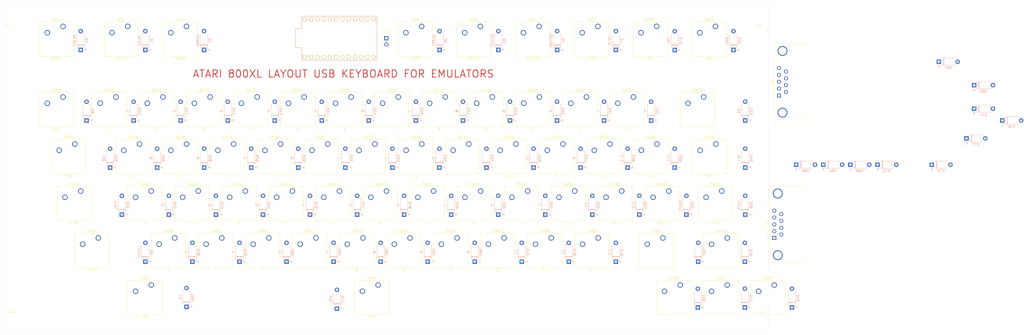
<source format=kicad_pcb>
(kicad_pcb (version 20171130) (host pcbnew 5.1.5+dfsg1-2build2)
  (layers (0 F.Cu signal) (31 B.Cu signal) (34 B.Paste user) (35 F.Paste user) (36 B.SilkS user) (37 F.SilkS user) (38 B.Mask user) (39 F.Mask user) (44 Edge.Cuts user))
  (net 0 "")
  (net 1 R1)
  (net 2 R2)
  (net 3 R3)
  (net 4 R4)
  (net 5 R5)
  (net 6 R6)
  (net 7 R7)
  (net 8 R8)
  (net 9 C8)
  (net 10 C7)
  (net 11 C6)
  (net 12 C5)
  (net 13 C4)
  (net 14 C3)
  (net 15 C2)
  (net 16 C1)
  (net 17 "Net-(D1-Pad2)")
  (net 18 "Net-(D2-Pad2)")
  (net 19 "Net-(D3-Pad2)")
  (net 20 "Net-(D4-Pad2)")
  (net 21 "Net-(D5-Pad2)")
  (net 22 "Net-(D6-Pad2)")
  (net 23 "Net-(D7-Pad2)")
  (net 24 "Net-(D8-Pad2)")
  (net 25 "Net-(D9-Pad2)")
  (net 26 "Net-(D10-Pad2)")
  (net 27 "Net-(D11-Pad2)")
  (net 28 "Net-(D12-Pad2)")
  (net 29 "Net-(D13-Pad2)")
  (net 30 "Net-(D14-Pad2)")
  (net 31 "Net-(D15-Pad2)")
  (net 32 "Net-(D16-Pad2)")
  (net 33 "Net-(D17-Pad2)")
  (net 34 "Net-(D18-Pad2)")
  (net 35 "Net-(D19-Pad2)")
  (net 36 "Net-(D20-Pad2)")
  (net 37 "Net-(D21-Pad2)")
  (net 38 "Net-(D22-Pad2)")
  (net 39 "Net-(D23-Pad2)")
  (net 40 "Net-(D24-Pad2)")
  (net 41 "Net-(D25-Pad2)")
  (net 42 "Net-(D26-Pad2)")
  (net 43 "Net-(D27-Pad2)")
  (net 44 "Net-(D28-Pad2)")
  (net 45 "Net-(D29-Pad2)")
  (net 46 "Net-(D30-Pad2)")
  (net 47 "Net-(D31-Pad2)")
  (net 48 "Net-(D32-Pad2)")
  (net 49 "Net-(D33-Pad2)")
  (net 50 "Net-(D34-Pad2)")
  (net 51 "Net-(D35-Pad2)")
  (net 52 "Net-(D36-Pad2)")
  (net 53 "Net-(D37-Pad2)")
  (net 54 "Net-(D38-Pad2)")
  (net 55 "Net-(D39-Pad2)")
  (net 56 "Net-(D40-Pad2)")
  (net 57 "Net-(D41-Pad2)")
  (net 58 "Net-(D42-Pad2)")
  (net 59 "Net-(D43-Pad2)")
  (net 60 "Net-(D44-Pad2)")
  (net 61 "Net-(D45-Pad2)")
  (net 62 "Net-(D46-Pad2)")
  (net 63 "Net-(D47-Pad2)")
  (net 64 "Net-(D48-Pad2)")
  (net 65 "Net-(D49-Pad2)")
  (net 66 "Net-(D50-Pad2)")
  (net 67 "Net-(D51-Pad2)")
  (net 68 "Net-(D52-Pad2)")
  (net 69 "Net-(D53-Pad2)")
  (net 70 "Net-(D54-Pad2)")
  (net 71 "Net-(D55-Pad2)")
  (net 72 "Net-(D56-Pad2)")
  (net 73 "Net-(D58-Pad2)")
  (net 74 "Net-(D59-Pad2)")
  (net 75 "Net-(D60-Pad2)")
  (net 76 "Net-(D61-Pad2)")
  (net 77 "Net-(D62-Pad2)")
  (net 78 "Net-(D63-Pad2)")
  (net 79 "Net-(D57-Pad2)")
  (net 80 /JS2_TRIGGER)
  (net 81 /JS2_DOWN)
  (net 82 /JS2_LEFT)
  (net 83 /JS2_RIGHT)
  (net 84 /JS1_UP)
  (net 85 C9)
  (net 86 /JS2_UP)
  (net 87 /JS1_TRIGGER)
  (net 88 /JS1_DOWN)
  (net 89 /JS1_LEFT)
  (net 90 /JS1_RIGHT)
  (net 91 /JS2_APaddle)
  (net 92 /JS_2+5)
  (net 93 /JS2_BPaddle)
  (net 94 /JS1_APaddle)
  (net 95 /JS1_+5)
  (net 96 /JS1_BPaddle)
  (net 97 "Net-(D69-Pad2)")
  (net 98 "Net-(D70-Pad2)")
  (net 99 "Net-(D71-Pad2)")
  (net 100 "Net-(D72-Pad2)")
  (net 101 "Net-(D78-Pad2)")
  (net 102 "Net-(D79-Pad2)")
  (net 103 "Net-(U1-Pad1)")
  (net 104 "Net-(U1-Pad2)")
  (net 105 "Net-(U1-Pad3)")
  (net 106 "Net-(U1-Pad4)")
  (net 107 "Net-(U1-Pad21)")
  (net 108 "Net-(U1-Pad22)")
  (net 109 "Net-(U1-Pad23)")
  (net 110 "Net-(U1-Pad24)")
  (net 111 R9)
  (module Button_Switch_Keyboard:SW_Cherry_MX_1.00u_PCB (layer F.Cu) (at 290.36 104.72)
    (fp_text reference SW45 (at -2.54 -2.794) (layer F.SilkS))
    (fp_text value RIGHT)
    (pad "" np_thru_hole circle (at 2.54 5.08) (size 1.7 1.7) (drill 1.7) (layers *.Cu *.Mask))
    (pad "" np_thru_hole circle (at -7.62 5.08) (size 1.7 1.7) (drill 1.7) (layers *.Cu *.Mask))
    (pad "" np_thru_hole circle (at -2.54 5.08) (size 4 4) (drill 4) (layers *.Cu *.Mask))
    (pad 2 thru_hole circle (at -6.35 2.54) (size 2.2 2.2) (drill 1.5) (layers *.Cu *.Mask) (net 85 C9))
    (pad 1 thru_hole circle (at 0 0) (size 2.2 2.2) (drill 1.5) (layers *.Cu *.Mask) (net 61 "Net-(D45-Pad2)"))
  )
  (module Button_Switch_Keyboard:SW_Cherry_MX_1.00u_PCB (layer F.Cu) (at 252.28 104.72)
    (fp_text reference SW36 (at -2.54 -2.794) (layer F.SilkS))
    (fp_text value LEFT)
    (pad "" np_thru_hole circle (at 2.54 5.08) (size 1.7 1.7) (drill 1.7) (layers *.Cu *.Mask))
    (pad "" np_thru_hole circle (at -7.62 5.08) (size 1.7 1.7) (drill 1.7) (layers *.Cu *.Mask))
    (pad "" np_thru_hole circle (at -2.54 5.08) (size 4 4) (drill 4) (layers *.Cu *.Mask))
    (pad 2 thru_hole circle (at -6.35 2.54) (size 2.2 2.2) (drill 1.5) (layers *.Cu *.Mask) (net 85 C9))
    (pad 1 thru_hole circle (at 0 0) (size 2.2 2.2) (drill 1.5) (layers *.Cu *.Mask) (net 52 "Net-(D36-Pad2)"))
  )
  (module Button_Switch_Keyboard:SW_Cherry_MX_1.00u_PCB (layer F.Cu) (at 271.32 104.72)
    (fp_text reference SW27 (at -2.54 -2.794) (layer F.SilkS))
    (fp_text value DOWN)
    (pad "" np_thru_hole circle (at 2.54 5.08) (size 1.7 1.7) (drill 1.7) (layers *.Cu *.Mask))
    (pad "" np_thru_hole circle (at -7.62 5.08) (size 1.7 1.7) (drill 1.7) (layers *.Cu *.Mask))
    (pad "" np_thru_hole circle (at -2.54 5.08) (size 4 4) (drill 4) (layers *.Cu *.Mask))
    (pad 2 thru_hole circle (at -6.35 2.54) (size 2.2 2.2) (drill 1.5) (layers *.Cu *.Mask) (net 85 C9))
    (pad 1 thru_hole circle (at 0 0) (size 2.2 2.2) (drill 1.5) (layers *.Cu *.Mask) (net 43 "Net-(D27-Pad2)"))
  )
  (module Button_Switch_Keyboard:SW_Cherry_MX_1.00u_PCB (layer F.Cu) (at 271.32 85.68)
    (fp_text reference SW18 (at -2.54 -2.794) (layer F.SilkS))
    (fp_text value UP)
    (pad "" np_thru_hole circle (at 2.54 5.08) (size 1.7 1.7) (drill 1.7) (layers *.Cu *.Mask))
    (pad "" np_thru_hole circle (at -7.62 5.08) (size 1.7 1.7) (drill 1.7) (layers *.Cu *.Mask))
    (pad "" np_thru_hole circle (at -2.54 5.08) (size 4 4) (drill 4) (layers *.Cu *.Mask))
    (pad 2 thru_hole circle (at -6.35 2.54) (size 2.2 2.2) (drill 1.5) (layers *.Cu *.Mask) (net 85 C9))
    (pad 1 thru_hole circle (at 0 0) (size 2.2 2.2) (drill 1.5) (layers *.Cu *.Mask) (net 34 "Net-(D18-Pad2)"))
  )
  (module Button_Switch_Keyboard:SW_Cherry_MX_2.00u_PCB (layer F.Cu) (at 261.8 28.56)
    (fp_text reference SW23 (at -2.54 -2.794) (layer F.SilkS))
    (fp_text value BS)
    (pad "" np_thru_hole circle (at 9.36 -1.92) (size 3.05 3.05) (drill 3.05) (layers *.Cu *.Mask))
    (pad "" np_thru_hole circle (at -14.44 -1.92) (size 3.05 3.05) (drill 3.05) (layers *.Cu *.Mask))
    (pad "" np_thru_hole circle (at -14.44 13.32) (size 4 4) (drill 4) (layers *.Cu *.Mask))
    (pad "" np_thru_hole circle (at 9.36 13.32) (size 4 4) (drill 4) (layers *.Cu *.Mask))
    (pad "" np_thru_hole circle (at 2.54 5.08) (size 1.7 1.7) (drill 1.7) (layers *.Cu *.Mask))
    (pad "" np_thru_hole circle (at -7.62 5.08) (size 1.7 1.7) (drill 1.7) (layers *.Cu *.Mask))
    (pad "" np_thru_hole circle (at -2.54 5.08) (size 4 4) (drill 4) (layers *.Cu *.Mask))
    (pad 2 thru_hole circle (at -6.35 2.54) (size 2.2 2.2) (drill 1.5) (layers *.Cu *.Mask) (net 12 C5))
    (pad 1 thru_hole circle (at 0 0) (size 2.2 2.2) (drill 1.5) (layers *.Cu *.Mask) (net 39 "Net-(D23-Pad2)"))
  )
  (module Connector_PinSocket_2.54mm:PinSocket_1x02_P2.54mm_Vertical (layer F.Cu) (at 133.28 4.76)
    (fp_text reference J1 (at 0 -2.77) (layer F.SilkS))
    (fp_text value "Removed LEDS. Wire soldered to the board")
    (pad 2 thru_hole oval (at 0 2.54) (size 1.7 1.7) (drill 1) (layers *.Cu *.Mask) (net 111 R9))
    (pad 1 thru_hole rect (at 0 0) (size 1.7 1.7) (drill 1) (layers *.Cu *.Mask) (net 85 C9))
  )
  (module Connector_Dsub:DSUB-9_Male_Horizontal_P2.77x2.84mm_EdgePinOffset9.90mm_Housed_MountingHolesOffset11.32mm (layer F.Cu) (at 290.36 85.68 90)
    (fp_text reference J2 (at 5.54 -2.8 90) (layer F.SilkS))
    (fp_text value "PLAYER 1")
    (pad 0 thru_hole circle (at 18.04 1.42 90) (size 4 4) (drill 3.2) (layers *.Cu *.Mask))
    (pad 0 thru_hole circle (at -6.96 1.42 90) (size 4 4) (drill 3.2) (layers *.Cu *.Mask))
    (pad 9 thru_hole circle (at 9.695 2.84 90) (size 1.6 1.6) (drill 1) (layers *.Cu *.Mask) (net 94 /JS1_APaddle))
    (pad 8 thru_hole circle (at 6.925 2.84 90) (size 1.6 1.6) (drill 1) (layers *.Cu *.Mask) (net 111 R9))
    (pad 7 thru_hole circle (at 4.155 2.84 90) (size 1.6 1.6) (drill 1) (layers *.Cu *.Mask) (net 95 /JS1_+5))
    (pad 6 thru_hole circle (at 1.385 2.84 90) (size 1.6 1.6) (drill 1) (layers *.Cu *.Mask) (net 87 /JS1_TRIGGER))
    (pad 5 thru_hole circle (at 11.08 0 90) (size 1.6 1.6) (drill 1) (layers *.Cu *.Mask) (net 96 /JS1_BPaddle))
    (pad 4 thru_hole circle (at 8.31 0 90) (size 1.6 1.6) (drill 1) (layers *.Cu *.Mask) (net 90 /JS1_RIGHT))
    (pad 3 thru_hole circle (at 5.54 0 90) (size 1.6 1.6) (drill 1) (layers *.Cu *.Mask) (net 89 /JS1_LEFT))
    (pad 2 thru_hole circle (at 2.77 0 90) (size 1.6 1.6) (drill 1) (layers *.Cu *.Mask) (net 88 /JS1_DOWN))
    (pad 1 thru_hole rect (at 0 0 90) (size 1.6 1.6) (drill 1) (layers *.Cu *.Mask) (net 84 /JS1_UP))
  )
  (module Connector_Dsub:DSUB-9_Male_Horizontal_P2.77x2.84mm_EdgePinOffset9.90mm_Housed_MountingHolesOffset11.32mm (layer F.Cu) (at 292.28 27.955 90)
    (fp_text reference J3 (at 5.54 -2.8 90) (layer F.SilkS))
    (fp_text value "PLAYER 2")
    (pad 0 thru_hole circle (at 18.04 1.42 90) (size 4 4) (drill 3.2) (layers *.Cu *.Mask))
    (pad 0 thru_hole circle (at -6.96 1.42 90) (size 4 4) (drill 3.2) (layers *.Cu *.Mask))
    (pad 9 thru_hole circle (at 9.695 2.84 90) (size 1.6 1.6) (drill 1) (layers *.Cu *.Mask) (net 91 /JS2_APaddle))
    (pad 8 thru_hole circle (at 6.925 2.84 90) (size 1.6 1.6) (drill 1) (layers *.Cu *.Mask) (net 8 R8))
    (pad 7 thru_hole circle (at 4.155 2.84 90) (size 1.6 1.6) (drill 1) (layers *.Cu *.Mask) (net 92 /JS_2+5))
    (pad 6 thru_hole circle (at 1.385 2.84 90) (size 1.6 1.6) (drill 1) (layers *.Cu *.Mask) (net 80 /JS2_TRIGGER))
    (pad 5 thru_hole circle (at 11.08 0 90) (size 1.6 1.6) (drill 1) (layers *.Cu *.Mask) (net 93 /JS2_BPaddle))
    (pad 4 thru_hole circle (at 8.31 0 90) (size 1.6 1.6) (drill 1) (layers *.Cu *.Mask) (net 83 /JS2_RIGHT))
    (pad 3 thru_hole circle (at 5.54 0 90) (size 1.6 1.6) (drill 1) (layers *.Cu *.Mask) (net 82 /JS2_LEFT))
    (pad 2 thru_hole circle (at 2.77 0 90) (size 1.6 1.6) (drill 1) (layers *.Cu *.Mask) (net 81 /JS2_DOWN))
    (pad 1 thru_hole rect (at 0 0 90) (size 1.6 1.6) (drill 1) (layers *.Cu *.Mask) (net 86 /JS2_UP))
  )
  (module Diode_THT:D_A-405_P7.62mm_Horizontal (layer B.Cu) (at 368.2 45.35)
    (fp_text reference D77 (at 3.81 2.47) (layer B.SilkS) (effects (justify mirror)))
    (fp_text value JS1_RIGHT)
    (fp_text user K (at 0 1.9) (layer B.SilkS) (effects (justify mirror)))
    (pad 2 thru_hole oval (at 7.62 0) (size 1.8 1.8) (drill 0.9) (layers *.Cu *.Mask) (net 90 /JS1_RIGHT))
    (pad 1 thru_hole rect (at 0 0) (size 1.8 1.8) (drill 0.9) (layers *.Cu *.Mask) (net 111 R9))
  )
  (module Diode_THT:D_A-405_P7.62mm_Horizontal (layer B.Cu) (at 382.7 38.08)
    (fp_text reference D76 (at 3.81 2.47) (layer B.SilkS) (effects (justify mirror)))
    (fp_text value JS1_LEFT)
    (fp_text user K (at 0 1.9) (layer B.SilkS) (effects (justify mirror)))
    (pad 2 thru_hole oval (at 7.62 0) (size 1.8 1.8) (drill 0.9) (layers *.Cu *.Mask) (net 89 /JS1_LEFT))
    (pad 1 thru_hole rect (at 0 0) (size 1.8 1.8) (drill 0.9) (layers *.Cu *.Mask) (net 111 R9))
  )
  (module Diode_THT:D_A-405_P7.62mm_Horizontal (layer B.Cu) (at 354.09 56)
    (fp_text reference D75 (at 3.81 2.47) (layer B.SilkS) (effects (justify mirror)))
    (fp_text value JS1_DOWN)
    (fp_text user K (at 0 1.9) (layer B.SilkS) (effects (justify mirror)))
    (pad 2 thru_hole oval (at 7.62 0) (size 1.8 1.8) (drill 0.9) (layers *.Cu *.Mask) (net 88 /JS1_DOWN))
    (pad 1 thru_hole rect (at 0 0) (size 1.8 1.8) (drill 0.9) (layers *.Cu *.Mask) (net 111 R9))
  )
  (module Diode_THT:D_A-405_P7.62mm_Horizontal (layer B.Cu) (at 371.28 33.32)
    (fp_text reference D74 (at 3.81 2.47) (layer B.SilkS) (effects (justify mirror)))
    (fp_text value JS1_TRIGGER)
    (fp_text user K (at 0 1.9) (layer B.SilkS) (effects (justify mirror)))
    (pad 2 thru_hole oval (at 7.62 0) (size 1.8 1.8) (drill 0.9) (layers *.Cu *.Mask) (net 87 /JS1_TRIGGER))
    (pad 1 thru_hole rect (at 0 0) (size 1.8 1.8) (drill 0.9) (layers *.Cu *.Mask) (net 111 R9))
  )
  (module Diode_THT:D_A-405_P7.62mm_Horizontal (layer B.Cu) (at 310.21 56)
    (fp_text reference D64 (at 3.81 2.47) (layer B.SilkS) (effects (justify mirror)))
    (fp_text value JS2_UP)
    (fp_text user K (at 0 1.9) (layer B.SilkS) (effects (justify mirror)))
    (pad 2 thru_hole oval (at 7.62 0) (size 1.8 1.8) (drill 0.9) (layers *.Cu *.Mask) (net 86 /JS2_UP))
    (pad 1 thru_hole rect (at 0 0) (size 1.8 1.8) (drill 0.9) (layers *.Cu *.Mask) (net 8 R8))
  )
  (module Diode_THT:D_A-405_P7.62mm_Horizontal (layer B.Cu) (at 297.5 113.8047 90)
    (fp_text reference D45 (at 3.81 2.47 -90) (layer B.SilkS) (effects (justify mirror)))
    (fp_text value RIGHT)
    (fp_text user K (at 0 1.9 -90) (layer B.SilkS) (effects (justify mirror)))
    (pad 2 thru_hole oval (at 7.62 0 90) (size 1.8 1.8) (drill 0.9) (layers *.Cu *.Mask) (net 61 "Net-(D45-Pad2)"))
    (pad 1 thru_hole rect (at 0 0 90) (size 1.8 1.8) (drill 0.9) (layers *.Cu *.Mask) (net 5 R5))
  )
  (module Diode_THT:D_A-405_P7.62mm_Horizontal (layer B.Cu) (at 259.42 113.8047 90)
    (fp_text reference D36 (at 3.81 2.47 90) (layer B.SilkS) (effects (justify mirror)))
    (fp_text value LEFT)
    (fp_text user K (at 0 1.9 90) (layer B.SilkS) (effects (justify mirror)))
    (pad 2 thru_hole oval (at 7.62 0 90) (size 1.8 1.8) (drill 0.9) (layers *.Cu *.Mask) (net 52 "Net-(D36-Pad2)"))
    (pad 1 thru_hole rect (at 0 0 90) (size 1.8 1.8) (drill 0.9) (layers *.Cu *.Mask) (net 4 R4))
  )
  (module Diode_THT:D_A-405_P7.62mm_Horizontal (layer B.Cu) (at 278.46 113.8047 90)
    (fp_text reference D27 (at 3.81 2.47 90) (layer B.SilkS) (effects (justify mirror)))
    (fp_text value DOWN)
    (fp_text user K (at 0 1.9 90) (layer B.SilkS) (effects (justify mirror)))
    (pad 2 thru_hole oval (at 7.62 0 90) (size 1.8 1.8) (drill 0.9) (layers *.Cu *.Mask) (net 43 "Net-(D27-Pad2)"))
    (pad 1 thru_hole rect (at 0 0 90) (size 1.8 1.8) (drill 0.9) (layers *.Cu *.Mask) (net 3 R3))
  )
  (module Diode_THT:D_A-405_P7.62mm_Horizontal (layer B.Cu) (at 278.46 95.25 90)
    (fp_text reference D18 (at 3.81 2.47 90) (layer B.SilkS) (effects (justify mirror)))
    (fp_text value UP)
    (fp_text user K (at 0 1.9 90) (layer B.SilkS) (effects (justify mirror)))
    (pad 2 thru_hole oval (at 7.62 0 90) (size 1.8 1.8) (drill 0.9) (layers *.Cu *.Mask) (net 34 "Net-(D18-Pad2)"))
    (pad 1 thru_hole rect (at 0 0 90) (size 1.8 1.8) (drill 0.9) (layers *.Cu *.Mask) (net 2 R2))
  )
  (module Diode_THT:D_A-405_P7.62mm_Horizontal (layer B.Cu) (at 332.15 56)
    (fp_text reference D73 (at 3.81 2.47) (layer B.SilkS) (effects (justify mirror)))
    (fp_text value JS1_UP)
    (fp_text user K (at 0 1.9) (layer B.SilkS) (effects (justify mirror)))
    (pad 2 thru_hole oval (at 7.62 0) (size 1.8 1.8) (drill 0.9) (layers *.Cu *.Mask) (net 84 /JS1_UP))
    (pad 1 thru_hole rect (at 0 0) (size 1.8 1.8) (drill 0.9) (layers *.Cu *.Mask) (net 111 R9))
  )
  (module Diode_THT:D_A-405_P7.62mm_Horizontal (layer B.Cu) (at 321.18 56)
    (fp_text reference D68 (at 3.81 2.47) (layer B.SilkS) (effects (justify mirror)))
    (fp_text value JS2_RIGHT)
    (fp_text user K (at 0 1.9) (layer B.SilkS) (effects (justify mirror)))
    (pad 2 thru_hole oval (at 7.62 0) (size 1.8 1.8) (drill 0.9) (layers *.Cu *.Mask) (net 83 /JS2_RIGHT))
    (pad 1 thru_hole rect (at 0 0) (size 1.8 1.8) (drill 0.9) (layers *.Cu *.Mask) (net 8 R8))
  )
  (module Diode_THT:D_A-405_P7.62mm_Horizontal (layer B.Cu) (at 357 14.28)
    (fp_text reference D67 (at 3.81 2.47) (layer B.SilkS) (effects (justify mirror)))
    (fp_text value JS2_LEFT)
    (fp_text user K (at 0 1.9) (layer B.SilkS) (effects (justify mirror)))
    (pad 2 thru_hole oval (at 7.62 0) (size 1.8 1.8) (drill 0.9) (layers *.Cu *.Mask) (net 82 /JS2_LEFT))
    (pad 1 thru_hole rect (at 0 0) (size 1.8 1.8) (drill 0.9) (layers *.Cu *.Mask) (net 8 R8))
  )
  (module Diode_THT:D_A-405_P7.62mm_Horizontal (layer B.Cu) (at 299.24 56)
    (fp_text reference D66 (at 3.81 2.47) (layer B.SilkS) (effects (justify mirror)))
    (fp_text value JS2_DOWN)
    (fp_text user K (at 0 1.9) (layer B.SilkS) (effects (justify mirror)))
    (pad 2 thru_hole oval (at 7.62 0) (size 1.8 1.8) (drill 0.9) (layers *.Cu *.Mask) (net 81 /JS2_DOWN))
    (pad 1 thru_hole rect (at 0 0) (size 1.8 1.8) (drill 0.9) (layers *.Cu *.Mask) (net 8 R8))
  )
  (module Diode_THT:D_A-405_P7.62mm_Horizontal (layer B.Cu) (at 371.28 23.8)
    (fp_text reference D65 (at 3.81 2.47) (layer B.SilkS) (effects (justify mirror)))
    (fp_text value JS2_TRIGGER)
    (fp_text user K (at 0 1.9) (layer B.SilkS) (effects (justify mirror)))
    (pad 2 thru_hole oval (at 7.62 0) (size 1.8 1.8) (drill 0.9) (layers *.Cu *.Mask) (net 80 /JS2_TRIGGER))
    (pad 1 thru_hole rect (at 0 0) (size 1.8 1.8) (drill 0.9) (layers *.Cu *.Mask) (net 8 R8))
  )
  (module Diode_THT:D_A-405_P7.62mm_Horizontal (layer B.Cu) (at 259.55625 95.25 90)
    (fp_text reference D57 (at 3.81 2.47 270) (layer B.SilkS) (effects (justify mirror)))
    (fp_text value LSHIFT)
    (fp_text user K (at 0 1.9 270) (layer B.SilkS) (effects (justify mirror)))
    (pad 2 thru_hole oval (at 7.62 0 90) (size 1.8 1.8) (drill 0.9) (layers *.Cu *.Mask) (net 79 "Net-(D57-Pad2)"))
    (pad 1 thru_hole rect (at 0 0 90) (size 1.8 1.8) (drill 0.9) (layers *.Cu *.Mask) (net 7 R7))
  )
  (module Button_Switch_Keyboard:SW_Cherry_MX_1.75u_PCB (layer F.Cu) (at 245.26875 85.65)
    (fp_text reference SW9 (at -2.54 -2.794) (layer F.SilkS))
    (fp_text value RSHIFT)
    (pad "" np_thru_hole circle (at 2.54 5.08) (size 1.7 1.7) (drill 1.7) (layers *.Cu *.Mask))
    (pad "" np_thru_hole circle (at -7.62 5.08) (size 1.7 1.7) (drill 1.7) (layers *.Cu *.Mask))
    (pad "" np_thru_hole circle (at -2.54 5.08) (size 4 4) (drill 4) (layers *.Cu *.Mask))
    (pad 2 thru_hole circle (at -6.35 2.54) (size 2.2 2.2) (drill 1.5) (layers *.Cu *.Mask) (net 85 C9))
    (pad 1 thru_hole circle (at 0 0) (size 2.2 2.2) (drill 1.5) (layers *.Cu *.Mask) (net 25 "Net-(D9-Pad2)"))
  )
  (module Diode_THT:D_A-405_P7.62mm_Horizontal (layer B.Cu) (at 11.90625 38.1 90)
    (fp_text reference D8 (at 3.81 2.47 270) (layer B.SilkS) (effects (justify mirror)))
    (fp_text value ESC)
    (fp_text user K (at 0 1.9 270) (layer B.SilkS) (effects (justify mirror)))
    (pad 2 thru_hole oval (at 7.62 0 90) (size 1.8 1.8) (drill 0.9) (layers *.Cu *.Mask) (net 24 "Net-(D8-Pad2)"))
    (pad 1 thru_hole rect (at 0 0 90) (size 1.8 1.8) (drill 0.9) (layers *.Cu *.Mask) (net 1 R1))
  )
  (module promicro:ProMicro (layer F.Cu) (at 114.24 4.76)
    (fp_text reference U1 hide)
    (fp_text value ProMicro)
    (pad 1 thru_hole rect (at -13.97 7.62) (size 1.6 1.6) (drill 1.1) (layers *.Cu *.Mask F.SilkS) (net 103 "Net-(U1-Pad1)"))
    (pad 2 thru_hole circle (at -11.43 7.62) (size 1.6 1.6) (drill 1.1) (layers *.Cu *.Mask F.SilkS) (net 104 "Net-(U1-Pad2)"))
    (pad 3 thru_hole circle (at -8.89 7.62) (size 1.6 1.6) (drill 1.1) (layers *.Cu *.Mask F.SilkS) (net 105 "Net-(U1-Pad3)"))
    (pad 4 thru_hole circle (at -6.35 7.62) (size 1.6 1.6) (drill 1.1) (layers *.Cu *.Mask F.SilkS) (net 106 "Net-(U1-Pad4)"))
    (pad 5 thru_hole circle (at -3.81 7.62) (size 1.6 1.6) (drill 1.1) (layers *.Cu *.Mask F.SilkS) (net 1 R1))
    (pad 6 thru_hole circle (at -1.27 7.62) (size 1.6 1.6) (drill 1.1) (layers *.Cu *.Mask F.SilkS) (net 2 R2))
    (pad 7 thru_hole circle (at 1.27 7.62) (size 1.6 1.6) (drill 1.1) (layers *.Cu *.Mask F.SilkS) (net 3 R3))
    (pad 8 thru_hole circle (at 3.81 7.62) (size 1.6 1.6) (drill 1.1) (layers *.Cu *.Mask F.SilkS) (net 4 R4))
    (pad 9 thru_hole circle (at 6.35 7.62) (size 1.6 1.6) (drill 1.1) (layers *.Cu *.Mask F.SilkS) (net 5 R5))
    (pad 10 thru_hole circle (at 8.89 7.62) (size 1.6 1.6) (drill 1.1) (layers *.Cu *.Mask F.SilkS) (net 6 R6))
    (pad 11 thru_hole circle (at 11.43 7.62) (size 1.6 1.6) (drill 1.1) (layers *.Cu *.Mask F.SilkS) (net 7 R7))
    (pad 12 thru_hole circle (at 13.97 7.62) (size 1.6 1.6) (drill 1.1) (layers *.Cu *.Mask F.SilkS) (net 8 R8))
    (pad 13 thru_hole circle (at 13.97 -7.62) (size 1.6 1.6) (drill 1.1) (layers *.Cu *.Mask F.SilkS) (net 9 C8))
    (pad 14 thru_hole circle (at 11.43 -7.62) (size 1.6 1.6) (drill 1.1) (layers *.Cu *.Mask F.SilkS) (net 10 C7))
    (pad 15 thru_hole circle (at 8.89 -7.62) (size 1.6 1.6) (drill 1.1) (layers *.Cu *.Mask F.SilkS) (net 11 C6))
    (pad 16 thru_hole circle (at 6.35 -7.62) (size 1.6 1.6) (drill 1.1) (layers *.Cu *.Mask F.SilkS) (net 12 C5))
    (pad 17 thru_hole circle (at 3.81 -7.62) (size 1.6 1.6) (drill 1.1) (layers *.Cu *.Mask F.SilkS) (net 13 C4))
    (pad 18 thru_hole circle (at 1.27 -7.62) (size 1.6 1.6) (drill 1.1) (layers *.Cu *.Mask F.SilkS) (net 14 C3))
    (pad 19 thru_hole circle (at -1.27 -7.62) (size 1.6 1.6) (drill 1.1) (layers *.Cu *.Mask F.SilkS) (net 15 C2))
    (pad 20 thru_hole circle (at -3.81 -7.62) (size 1.6 1.6) (drill 1.1) (layers *.Cu *.Mask F.SilkS) (net 16 C1))
    (pad 21 thru_hole circle (at -6.35 -7.62) (size 1.6 1.6) (drill 1.1) (layers *.Cu *.Mask F.SilkS) (net 107 "Net-(U1-Pad21)"))
    (pad 22 thru_hole circle (at -8.89 -7.62) (size 1.6 1.6) (drill 1.1) (layers *.Cu *.Mask F.SilkS) (net 108 "Net-(U1-Pad22)"))
    (pad 23 thru_hole circle (at -11.43 -7.62) (size 1.6 1.6) (drill 1.1) (layers *.Cu *.Mask F.SilkS) (net 109 "Net-(U1-Pad23)"))
    (pad 24 thru_hole circle (at -13.97 -7.62) (size 1.6 1.6) (drill 1.1) (layers *.Cu *.Mask F.SilkS) (net 110 "Net-(U1-Pad24)"))
  )
  (module MountingHole:MountingHole_3.2mm_M3 (layer F.Cu) (at -18 120)
    (fp_text reference H4 (at 0 -4.2) (layer F.SilkS))
    (fp_text value MountingHole)
    (pad 1 np_thru_hole circle (at 0 0) (size 3.2 3.2) (drill 3.2) (layers *.Cu *.Mask))
  )
  (module MountingHole:MountingHole_3.2mm_M3 (layer F.Cu) (at 285 120)
    (fp_text reference H3 (at 0 -4.2) (layer F.SilkS))
    (fp_text value MountingHole)
    (pad 1 np_thru_hole circle (at 0 0) (size 3.2 3.2) (drill 3.2) (layers *.Cu *.Mask))
  )
  (module MountingHole:MountingHole_3.2mm_M3 (layer F.Cu) (at 284 -5)
    (fp_text reference H2 (at 0.0482 4.5047) (layer F.SilkS))
    (fp_text value MountingHole)
    (pad 1 np_thru_hole circle (at 0 0) (size 3.2 3.2) (drill 3.2) (layers *.Cu *.Mask))
  )
  (module MountingHole:MountingHole_3.2mm_M3 (layer F.Cu) (at -18 -5)
    (fp_text reference H1 (at -2.4597 4.1364) (layer F.SilkS))
    (fp_text value MountingHole)
    (pad 1 np_thru_hole circle (at 0 0) (size 3.2 3.2) (drill 3.2) (layers *.Cu *.Mask))
  )
  (module Button_Switch_Keyboard:SW_Cherry_MX_6.25u_PCB (layer F.Cu) (at 129.95 104.7)
    (fp_text reference SW66 (at -2.54 -2.794) (layer F.SilkS))
    (fp_text value SPC (at -2.54 12.954) (layer F.SilkS))
    (pad "" np_thru_hole circle (at 47.46 -1.92) (size 3.05 3.05) (drill 3.05) (layers *.Cu *.Mask))
    (pad "" np_thru_hole circle (at -52.54 -1.92) (size 3.05 3.05) (drill 3.05) (layers *.Cu *.Mask))
    (pad "" np_thru_hole circle (at -52.54 13.32) (size 4 4) (drill 4) (layers *.Cu *.Mask))
    (pad "" np_thru_hole circle (at 47.46 13.32) (size 4 4) (drill 4) (layers *.Cu *.Mask))
    (pad "" np_thru_hole circle (at 2.54 5.08) (size 1.7 1.7) (drill 1.7) (layers *.Cu *.Mask))
    (pad "" np_thru_hole circle (at -7.62 5.08) (size 1.7 1.7) (drill 1.7) (layers *.Cu *.Mask))
    (pad "" np_thru_hole circle (at -2.54 5.08) (size 4 4) (drill 4) (layers *.Cu *.Mask))
    (pad 2 thru_hole circle (at -6.35 2.54) (size 2.2 2.2) (drill 1.5) (layers *.Cu *.Mask) (net 9 C8))
    (pad 1 thru_hole circle (at 0 0) (size 2.2 2.2) (drill 1.5) (layers *.Cu *.Mask) (net 99 "Net-(D71-Pad2)"))
  )
  (module Button_Switch_Keyboard:SW_Cherry_MX_1.75u_PCB (layer F.Cu) (at 38.1 104.7)
    (fp_text reference SW64 (at -2.54 -2.794) (layer F.SilkS))
    (fp_text value FN (at -2.54 12.954) (layer F.SilkS))
    (pad "" np_thru_hole circle (at 2.54 5.08) (size 1.7 1.7) (drill 1.7) (layers *.Cu *.Mask))
    (pad "" np_thru_hole circle (at -7.62 5.08) (size 1.7 1.7) (drill 1.7) (layers *.Cu *.Mask))
    (pad "" np_thru_hole circle (at -2.54 5.08) (size 4 4) (drill 4) (layers *.Cu *.Mask))
    (pad 2 thru_hole circle (at -6.35 2.54) (size 2.2 2.2) (drill 1.5) (layers *.Cu *.Mask) (net 11 C6))
    (pad 1 thru_hole circle (at 0 0) (size 2.2 2.2) (drill 1.5) (layers *.Cu *.Mask) (net 97 "Net-(D69-Pad2)"))
  )
  (module Button_Switch_Keyboard:SW_Cherry_MX_2.25u_PCB (layer F.Cu) (at 16.66875 85.65)
    (fp_text reference SW57 (at -2.54 -2.794) (layer F.SilkS))
    (fp_text value LSHIFT (at -2.54 12.954) (layer F.SilkS))
    (pad "" np_thru_hole circle (at 9.36 -1.92) (size 3.05 3.05) (drill 3.05) (layers *.Cu *.Mask))
    (pad "" np_thru_hole circle (at -14.44 -1.92) (size 3.05 3.05) (drill 3.05) (layers *.Cu *.Mask))
    (pad "" np_thru_hole circle (at -14.44 13.32) (size 4 4) (drill 4) (layers *.Cu *.Mask))
    (pad "" np_thru_hole circle (at 9.36 13.32) (size 4 4) (drill 4) (layers *.Cu *.Mask))
    (pad "" np_thru_hole circle (at 2.54 5.08) (size 1.7 1.7) (drill 1.7) (layers *.Cu *.Mask))
    (pad "" np_thru_hole circle (at -7.62 5.08) (size 1.7 1.7) (drill 1.7) (layers *.Cu *.Mask))
    (pad "" np_thru_hole circle (at -2.54 5.08) (size 4 4) (drill 4) (layers *.Cu *.Mask))
    (pad 2 thru_hole circle (at -6.35 2.54) (size 2.2 2.2) (drill 1.5) (layers *.Cu *.Mask) (net 14 C3))
    (pad 1 thru_hole circle (at 0 0) (size 2.2 2.2) (drill 1.5) (layers *.Cu *.Mask) (net 79 "Net-(D57-Pad2)"))
  )
  (module Button_Switch_Keyboard:SW_Cherry_MX_1.25u_PCB (layer F.Cu) (at 269.1 66.65)
    (fp_text reference SW56 (at -2.54 -2.794) (layer F.SilkS))
    (fp_text value CAPS (at -2.54 12.954) (layer F.SilkS))
    (pad "" np_thru_hole circle (at 2.54 5.08) (size 1.7 1.7) (drill 1.7) (layers *.Cu *.Mask))
    (pad "" np_thru_hole circle (at -7.62 5.08) (size 1.7 1.7) (drill 1.7) (layers *.Cu *.Mask))
    (pad "" np_thru_hole circle (at -2.54 5.08) (size 4 4) (drill 4) (layers *.Cu *.Mask))
    (pad 2 thru_hole circle (at -6.35 2.54) (size 2.2 2.2) (drill 1.5) (layers *.Cu *.Mask) (net 15 C2))
    (pad 1 thru_hole circle (at 0 0) (size 2.2 2.2) (drill 1.5) (layers *.Cu *.Mask) (net 72 "Net-(D56-Pad2)"))
  )
  (module Button_Switch_Keyboard:SW_Cherry_MX_2.00u_PCB (layer F.Cu) (at 9.525 66.65)
    (fp_text reference SW41 (at -2.54 -2.794) (layer F.SilkS))
    (fp_text value CTRL (at -2.54 12.954) (layer F.SilkS))
    (pad "" np_thru_hole circle (at 9.36 -1.92) (size 3.05 3.05) (drill 3.05) (layers *.Cu *.Mask))
    (pad "" np_thru_hole circle (at -14.44 -1.92) (size 3.05 3.05) (drill 3.05) (layers *.Cu *.Mask))
    (pad "" np_thru_hole circle (at -14.44 13.32) (size 4 4) (drill 4) (layers *.Cu *.Mask))
    (pad "" np_thru_hole circle (at 9.36 13.32) (size 4 4) (drill 4) (layers *.Cu *.Mask))
    (pad "" np_thru_hole circle (at 2.54 5.08) (size 1.7 1.7) (drill 1.7) (layers *.Cu *.Mask))
    (pad "" np_thru_hole circle (at -7.62 5.08) (size 1.7 1.7) (drill 1.7) (layers *.Cu *.Mask))
    (pad "" np_thru_hole circle (at -2.54 5.08) (size 4 4) (drill 4) (layers *.Cu *.Mask))
    (pad 2 thru_hole circle (at -6.35 2.54) (size 2.2 2.2) (drill 1.5) (layers *.Cu *.Mask) (net 12 C5))
    (pad 1 thru_hole circle (at 0 0) (size 2.2 2.2) (drill 1.5) (layers *.Cu *.Mask) (net 57 "Net-(D41-Pad2)"))
  )
  (module Button_Switch_Keyboard:SW_Cherry_MX_1.50u_PCB (layer F.Cu) (at 266.7 47.625)
    (fp_text reference SW40 (at -2.54 -2.794) (layer F.SilkS))
    (fp_text value RET (at -2.54 12.954) (layer F.SilkS))
    (pad "" np_thru_hole circle (at 2.54 5.08) (size 1.7 1.7) (drill 1.7) (layers *.Cu *.Mask))
    (pad "" np_thru_hole circle (at -7.62 5.08) (size 1.7 1.7) (drill 1.7) (layers *.Cu *.Mask))
    (pad "" np_thru_hole circle (at -2.54 5.08) (size 4 4) (drill 4) (layers *.Cu *.Mask))
    (pad 2 thru_hole circle (at -6.35 2.54) (size 2.2 2.2) (drill 1.5) (layers *.Cu *.Mask) (net 13 C4))
    (pad 1 thru_hole circle (at 0 0) (size 2.2 2.2) (drill 1.5) (layers *.Cu *.Mask) (net 56 "Net-(D40-Pad2)"))
  )
  (module Button_Switch_Keyboard:SW_Cherry_MX_1.75u_PCB (layer F.Cu) (at 7.14375 47.625)
    (fp_text reference SW25 (at -2.54 -2.794) (layer F.SilkS))
    (fp_text value TAB (at -2.54 12.954) (layer F.SilkS))
    (pad "" np_thru_hole circle (at 2.54 5.08) (size 1.7 1.7) (drill 1.7) (layers *.Cu *.Mask))
    (pad "" np_thru_hole circle (at -7.62 5.08) (size 1.7 1.7) (drill 1.7) (layers *.Cu *.Mask))
    (pad "" np_thru_hole circle (at -2.54 5.08) (size 4 4) (drill 4) (layers *.Cu *.Mask))
    (pad 2 thru_hole circle (at -6.35 2.54) (size 2.2 2.2) (drill 1.5) (layers *.Cu *.Mask) (net 10 C7))
    (pad 1 thru_hole circle (at 0 0) (size 2.2 2.2) (drill 1.5) (layers *.Cu *.Mask) (net 41 "Net-(D25-Pad2)"))
  )
  (module Button_Switch_Keyboard:SW_Cherry_MX_1.25u_PCB (layer F.Cu) (at 2.38125 28.575)
    (fp_text reference SW8 (at -2.54 -2.794) (layer F.SilkS))
    (fp_text value ESC (at -2.54 12.954) (layer F.SilkS))
    (pad "" np_thru_hole circle (at 2.54 5.08) (size 1.7 1.7) (drill 1.7) (layers *.Cu *.Mask))
    (pad "" np_thru_hole circle (at -7.62 5.08) (size 1.7 1.7) (drill 1.7) (layers *.Cu *.Mask))
    (pad "" np_thru_hole circle (at -2.54 5.08) (size 4 4) (drill 4) (layers *.Cu *.Mask))
    (pad 2 thru_hole circle (at -6.35 2.54) (size 2.2 2.2) (drill 1.5) (layers *.Cu *.Mask) (net 9 C8))
    (pad 1 thru_hole circle (at 0 0) (size 2.2 2.2) (drill 1.5) (layers *.Cu *.Mask) (net 24 "Net-(D8-Pad2)"))
  )
  (module Button_Switch_Keyboard:SW_Cherry_MX_1.00u_PCB (layer F.Cu) (at 123.825 85.65)
    (fp_text reference SW62 (at -2.54 -2.794) (layer F.SilkS))
    (fp_text value B (at -2.54 12.954) (layer F.SilkS))
    (pad "" np_thru_hole circle (at 2.54 5.08) (size 1.7 1.7) (drill 1.7) (layers *.Cu *.Mask))
    (pad "" np_thru_hole circle (at -7.62 5.08) (size 1.7 1.7) (drill 1.7) (layers *.Cu *.Mask))
    (pad "" np_thru_hole circle (at -2.54 5.08) (size 4 4) (drill 4) (layers *.Cu *.Mask))
    (pad 2 thru_hole circle (at -6.35 2.54) (size 2.2 2.2) (drill 1.5) (layers *.Cu *.Mask) (net 9 C8))
    (pad 1 thru_hole circle (at 0 0) (size 2.2 2.2) (drill 1.5) (layers *.Cu *.Mask) (net 77 "Net-(D62-Pad2)"))
  )
  (module Button_Switch_Keyboard:SW_Cherry_MX_1.00u_PCB (layer F.Cu) (at 228.6 66.65)
    (fp_text reference SW53 (at -2.54 -2.794) (layer F.SilkS))
    (fp_text value [+] (at -2.54 12.954) (layer F.SilkS))
    (pad "" np_thru_hole circle (at 2.54 5.08) (size 1.7 1.7) (drill 1.7) (layers *.Cu *.Mask))
    (pad "" np_thru_hole circle (at -7.62 5.08) (size 1.7 1.7) (drill 1.7) (layers *.Cu *.Mask))
    (pad "" np_thru_hole circle (at -2.54 5.08) (size 4 4) (drill 4) (layers *.Cu *.Mask))
    (pad 2 thru_hole circle (at -6.35 2.54) (size 2.2 2.2) (drill 1.5) (layers *.Cu *.Mask) (net 9 C8))
    (pad 1 thru_hole circle (at 0 0) (size 2.2 2.2) (drill 1.5) (layers *.Cu *.Mask) (net 69 "Net-(D53-Pad2)"))
  )
  (module Button_Switch_Keyboard:SW_Cherry_MX_1.00u_PCB (layer F.Cu) (at 76.2 66.65)
    (fp_text reference SW44 (at -2.54 -2.794) (layer F.SilkS))
    (fp_text value D (at -2.54 12.954) (layer F.SilkS))
    (pad "" np_thru_hole circle (at 2.54 5.08) (size 1.7 1.7) (drill 1.7) (layers *.Cu *.Mask))
    (pad "" np_thru_hole circle (at -7.62 5.08) (size 1.7 1.7) (drill 1.7) (layers *.Cu *.Mask))
    (pad "" np_thru_hole circle (at -2.54 5.08) (size 4 4) (drill 4) (layers *.Cu *.Mask))
    (pad 2 thru_hole circle (at -6.35 2.54) (size 2.2 2.2) (drill 1.5) (layers *.Cu *.Mask) (net 9 C8))
    (pad 1 thru_hole circle (at 0 0) (size 2.2 2.2) (drill 1.5) (layers *.Cu *.Mask) (net 60 "Net-(D44-Pad2)"))
  )
  (module Button_Switch_Keyboard:SW_Cherry_MX_1.00u_PCB (layer F.Cu) (at 185.737 47.625)
    (fp_text reference SW35 (at -2.54 -2.794) (layer F.SilkS))
    (fp_text value O (at -2.54 12.954) (layer F.SilkS))
    (pad "" np_thru_hole circle (at 2.54 5.08) (size 1.7 1.7) (drill 1.7) (layers *.Cu *.Mask))
    (pad "" np_thru_hole circle (at -7.62 5.08) (size 1.7 1.7) (drill 1.7) (layers *.Cu *.Mask))
    (pad "" np_thru_hole circle (at -2.54 5.08) (size 4 4) (drill 4) (layers *.Cu *.Mask))
    (pad 2 thru_hole circle (at -6.35 2.54) (size 2.2 2.2) (drill 1.5) (layers *.Cu *.Mask) (net 9 C8))
    (pad 1 thru_hole circle (at 0 0) (size 2.2 2.2) (drill 1.5) (layers *.Cu *.Mask) (net 51 "Net-(D35-Pad2)"))
  )
  (module Button_Switch_Keyboard:SW_Cherry_MX_1.00u_PCB (layer F.Cu) (at 33.3375 47.625)
    (fp_text reference SW26 (at -2.54 -2.794) (layer F.SilkS))
    (fp_text value Q (at -2.54 12.954) (layer F.SilkS))
    (pad "" np_thru_hole circle (at 2.54 5.08) (size 1.7 1.7) (drill 1.7) (layers *.Cu *.Mask))
    (pad "" np_thru_hole circle (at -7.62 5.08) (size 1.7 1.7) (drill 1.7) (layers *.Cu *.Mask))
    (pad "" np_thru_hole circle (at -2.54 5.08) (size 4 4) (drill 4) (layers *.Cu *.Mask))
    (pad 2 thru_hole circle (at -6.35 2.54) (size 2.2 2.2) (drill 1.5) (layers *.Cu *.Mask) (net 9 C8))
    (pad 1 thru_hole circle (at 0 0) (size 2.2 2.2) (drill 1.5) (layers *.Cu *.Mask) (net 42 "Net-(D26-Pad2)"))
  )
  (module Button_Switch_Keyboard:SW_Cherry_MX_1.00u_PCB (layer F.Cu) (at 157.1625 28.575)
    (fp_text reference SW17 (at -2.54 -2.794) (layer F.SilkS))
    (fp_text value 8 (at -2.54 12.954) (layer F.SilkS))
    (pad "" np_thru_hole circle (at 2.54 5.08) (size 1.7 1.7) (drill 1.7) (layers *.Cu *.Mask))
    (pad "" np_thru_hole circle (at -7.62 5.08) (size 1.7 1.7) (drill 1.7) (layers *.Cu *.Mask))
    (pad "" np_thru_hole circle (at -2.54 5.08) (size 4 4) (drill 4) (layers *.Cu *.Mask))
    (pad 2 thru_hole circle (at -6.35 2.54) (size 2.2 2.2) (drill 1.5) (layers *.Cu *.Mask) (net 9 C8))
    (pad 1 thru_hole circle (at 0 0) (size 2.2 2.2) (drill 1.5) (layers *.Cu *.Mask) (net 33 "Net-(D17-Pad2)"))
  )
  (module Button_Switch_Keyboard:SW_Cherry_MX_1.00u_PCB (layer F.Cu) (at 242.76 -0.03)
    (fp_text reference SW65 (at -2.54 -2.794) (layer F.SilkS))
    (fp_text value INV (at -2.54 12.954) (layer F.SilkS))
    (pad "" np_thru_hole circle (at 2.54 5.08) (size 1.7 1.7) (drill 1.7) (layers *.Cu *.Mask))
    (pad "" np_thru_hole circle (at -7.62 5.08) (size 1.7 1.7) (drill 1.7) (layers *.Cu *.Mask))
    (pad "" np_thru_hole circle (at -2.54 5.08) (size 4 4) (drill 4) (layers *.Cu *.Mask))
    (pad 2 thru_hole circle (at -6.35 2.54) (size 2.2 2.2) (drill 1.5) (layers *.Cu *.Mask) (net 10 C7))
    (pad 1 thru_hole circle (at 0 0) (size 2.2 2.2) (drill 1.5) (layers *.Cu *.Mask) (net 98 "Net-(D70-Pad2)"))
  )
  (module Button_Switch_Keyboard:SW_Cherry_MX_1.00u_PCB (layer F.Cu) (at 104.775 85.65)
    (fp_text reference SW61 (at -2.54 -2.794) (layer F.SilkS))
    (fp_text value V (at -2.54 12.954) (layer F.SilkS))
    (pad "" np_thru_hole circle (at 2.54 5.08) (size 1.7 1.7) (drill 1.7) (layers *.Cu *.Mask))
    (pad "" np_thru_hole circle (at -7.62 5.08) (size 1.7 1.7) (drill 1.7) (layers *.Cu *.Mask))
    (pad "" np_thru_hole circle (at -2.54 5.08) (size 4 4) (drill 4) (layers *.Cu *.Mask))
    (pad 2 thru_hole circle (at -6.35 2.54) (size 2.2 2.2) (drill 1.5) (layers *.Cu *.Mask) (net 10 C7))
    (pad 1 thru_hole circle (at 0 0) (size 2.2 2.2) (drill 1.5) (layers *.Cu *.Mask) (net 76 "Net-(D61-Pad2)"))
  )
  (module Button_Switch_Keyboard:SW_Cherry_MX_1.00u_PCB (layer F.Cu) (at 209.55 66.65)
    (fp_text reference SW52 (at -2.54 -2.794) (layer F.SilkS))
    (fp_text value [;] (at -2.54 12.954) (layer F.SilkS))
    (pad "" np_thru_hole circle (at 2.54 5.08) (size 1.7 1.7) (drill 1.7) (layers *.Cu *.Mask))
    (pad "" np_thru_hole circle (at -7.62 5.08) (size 1.7 1.7) (drill 1.7) (layers *.Cu *.Mask))
    (pad "" np_thru_hole circle (at -2.54 5.08) (size 4 4) (drill 4) (layers *.Cu *.Mask))
    (pad 2 thru_hole circle (at -6.35 2.54) (size 2.2 2.2) (drill 1.5) (layers *.Cu *.Mask) (net 10 C7))
    (pad 1 thru_hole circle (at 0 0) (size 2.2 2.2) (drill 1.5) (layers *.Cu *.Mask) (net 68 "Net-(D52-Pad2)"))
  )
  (module Button_Switch_Keyboard:SW_Cherry_MX_1.00u_PCB (layer F.Cu) (at 57.15 66.65)
    (fp_text reference SW43 (at -2.54 -2.794) (layer F.SilkS))
    (fp_text value S (at -2.54 12.954) (layer F.SilkS))
    (pad "" np_thru_hole circle (at 2.54 5.08) (size 1.7 1.7) (drill 1.7) (layers *.Cu *.Mask))
    (pad "" np_thru_hole circle (at -7.62 5.08) (size 1.7 1.7) (drill 1.7) (layers *.Cu *.Mask))
    (pad "" np_thru_hole circle (at -2.54 5.08) (size 4 4) (drill 4) (layers *.Cu *.Mask))
    (pad 2 thru_hole circle (at -6.35 2.54) (size 2.2 2.2) (drill 1.5) (layers *.Cu *.Mask) (net 10 C7))
    (pad 1 thru_hole circle (at 0 0) (size 2.2 2.2) (drill 1.5) (layers *.Cu *.Mask) (net 59 "Net-(D43-Pad2)"))
  )
  (module Button_Switch_Keyboard:SW_Cherry_MX_1.00u_PCB (layer F.Cu) (at 166.6875 47.625)
    (fp_text reference SW34 (at -2.54 -2.794) (layer F.SilkS))
    (fp_text value I (at -2.54 12.954) (layer F.SilkS))
    (pad "" np_thru_hole circle (at 2.54 5.08) (size 1.7 1.7) (drill 1.7) (layers *.Cu *.Mask))
    (pad "" np_thru_hole circle (at -7.62 5.08) (size 1.7 1.7) (drill 1.7) (layers *.Cu *.Mask))
    (pad "" np_thru_hole circle (at -2.54 5.08) (size 4 4) (drill 4) (layers *.Cu *.Mask))
    (pad 2 thru_hole circle (at -6.35 2.54) (size 2.2 2.2) (drill 1.5) (layers *.Cu *.Mask) (net 10 C7))
    (pad 1 thru_hole circle (at 0 0) (size 2.2 2.2) (drill 1.5) (layers *.Cu *.Mask) (net 50 "Net-(D34-Pad2)"))
  )
  (module Button_Switch_Keyboard:SW_Cherry_MX_1.00u_PCB (layer F.Cu) (at 138.1125 28.575)
    (fp_text reference SW16 (at -2.54 -2.794) (layer F.SilkS))
    (fp_text value 7 (at -2.54 12.954) (layer F.SilkS))
    (pad "" np_thru_hole circle (at 2.54 5.08) (size 1.7 1.7) (drill 1.7) (layers *.Cu *.Mask))
    (pad "" np_thru_hole circle (at -7.62 5.08) (size 1.7 1.7) (drill 1.7) (layers *.Cu *.Mask))
    (pad "" np_thru_hole circle (at -2.54 5.08) (size 4 4) (drill 4) (layers *.Cu *.Mask))
    (pad 2 thru_hole circle (at -6.35 2.54) (size 2.2 2.2) (drill 1.5) (layers *.Cu *.Mask) (net 10 C7))
    (pad 1 thru_hole circle (at 0 0) (size 2.2 2.2) (drill 1.5) (layers *.Cu *.Mask) (net 32 "Net-(D16-Pad2)"))
  )
  (module Button_Switch_Keyboard:SW_Cherry_MX_1.00u_PCB (layer F.Cu) (at 218.96 0)
    (fp_text reference SW7 (at -2.54 -2.794) (layer F.SilkS))
    (fp_text value HELP (at -2.54 12.954) (layer F.SilkS))
    (pad "" np_thru_hole circle (at 2.54 5.08) (size 1.7 1.7) (drill 1.7) (layers *.Cu *.Mask))
    (pad "" np_thru_hole circle (at -7.62 5.08) (size 1.7 1.7) (drill 1.7) (layers *.Cu *.Mask))
    (pad "" np_thru_hole circle (at -2.54 5.08) (size 4 4) (drill 4) (layers *.Cu *.Mask))
    (pad 2 thru_hole circle (at -6.35 2.54) (size 2.2 2.2) (drill 1.5) (layers *.Cu *.Mask) (net 10 C7))
    (pad 1 thru_hole circle (at 0 0) (size 2.2 2.2) (drill 1.5) (layers *.Cu *.Mask) (net 23 "Net-(D7-Pad2)"))
  )
  (module Button_Switch_Keyboard:SW_Cherry_MX_1.00u_PCB (layer F.Cu) (at 85.725 85.65)
    (fp_text reference SW60 (at -2.54 -2.794) (layer F.SilkS))
    (fp_text value C (at -2.54 12.954) (layer F.SilkS))
    (pad "" np_thru_hole circle (at 2.54 5.08) (size 1.7 1.7) (drill 1.7) (layers *.Cu *.Mask))
    (pad "" np_thru_hole circle (at -7.62 5.08) (size 1.7 1.7) (drill 1.7) (layers *.Cu *.Mask))
    (pad "" np_thru_hole circle (at -2.54 5.08) (size 4 4) (drill 4) (layers *.Cu *.Mask))
    (pad 2 thru_hole circle (at -6.35 2.54) (size 2.2 2.2) (drill 1.5) (layers *.Cu *.Mask) (net 11 C6))
    (pad 1 thru_hole circle (at 0 0) (size 2.2 2.2) (drill 1.5) (layers *.Cu *.Mask) (net 75 "Net-(D60-Pad2)"))
  )
  (module Button_Switch_Keyboard:SW_Cherry_MX_1.00u_PCB (layer F.Cu) (at 190.5 66.65)
    (fp_text reference SW51 (at -2.54 -2.794) (layer F.SilkS))
    (fp_text value L (at -2.54 12.954) (layer F.SilkS))
    (pad "" np_thru_hole circle (at 2.54 5.08) (size 1.7 1.7) (drill 1.7) (layers *.Cu *.Mask))
    (pad "" np_thru_hole circle (at -7.62 5.08) (size 1.7 1.7) (drill 1.7) (layers *.Cu *.Mask))
    (pad "" np_thru_hole circle (at -2.54 5.08) (size 4 4) (drill 4) (layers *.Cu *.Mask))
    (pad 2 thru_hole circle (at -6.35 2.54) (size 2.2 2.2) (drill 1.5) (layers *.Cu *.Mask) (net 11 C6))
    (pad 1 thru_hole circle (at 0 0) (size 2.2 2.2) (drill 1.5) (layers *.Cu *.Mask) (net 67 "Net-(D51-Pad2)"))
  )
  (module Button_Switch_Keyboard:SW_Cherry_MX_1.00u_PCB (layer F.Cu) (at 38.1 66.65)
    (fp_text reference SW42 (at -2.54 -2.794) (layer F.SilkS))
    (fp_text value A (at -2.54 12.954) (layer F.SilkS))
    (pad "" np_thru_hole circle (at 2.54 5.08) (size 1.7 1.7) (drill 1.7) (layers *.Cu *.Mask))
    (pad "" np_thru_hole circle (at -7.62 5.08) (size 1.7 1.7) (drill 1.7) (layers *.Cu *.Mask))
    (pad "" np_thru_hole circle (at -2.54 5.08) (size 4 4) (drill 4) (layers *.Cu *.Mask))
    (pad 2 thru_hole circle (at -6.35 2.54) (size 2.2 2.2) (drill 1.5) (layers *.Cu *.Mask) (net 11 C6))
    (pad 1 thru_hole circle (at 0 0) (size 2.2 2.2) (drill 1.5) (layers *.Cu *.Mask) (net 58 "Net-(D42-Pad2)"))
  )
  (module Button_Switch_Keyboard:SW_Cherry_MX_1.00u_PCB (layer F.Cu) (at 147.6375 47.625)
    (fp_text reference SW33 (at -2.54 -2.794) (layer F.SilkS))
    (fp_text value U (at -2.54 12.954) (layer F.SilkS))
    (pad "" np_thru_hole circle (at 2.54 5.08) (size 1.7 1.7) (drill 1.7) (layers *.Cu *.Mask))
    (pad "" np_thru_hole circle (at -7.62 5.08) (size 1.7 1.7) (drill 1.7) (layers *.Cu *.Mask))
    (pad "" np_thru_hole circle (at -2.54 5.08) (size 4 4) (drill 4) (layers *.Cu *.Mask))
    (pad 2 thru_hole circle (at -6.35 2.54) (size 2.2 2.2) (drill 1.5) (layers *.Cu *.Mask) (net 11 C6))
    (pad 1 thru_hole circle (at 0 0) (size 2.2 2.2) (drill 1.5) (layers *.Cu *.Mask) (net 49 "Net-(D33-Pad2)"))
  )
  (module Button_Switch_Keyboard:SW_Cherry_MX_1.00u_PCB (layer F.Cu) (at 266.56 0)
    (fp_text reference SW24 (at -2.54 -2.794) (layer F.SilkS))
    (fp_text value BRK (at -2.54 12.954) (layer F.SilkS))
    (pad "" np_thru_hole circle (at 2.54 5.08) (size 1.7 1.7) (drill 1.7) (layers *.Cu *.Mask))
    (pad "" np_thru_hole circle (at -7.62 5.08) (size 1.7 1.7) (drill 1.7) (layers *.Cu *.Mask))
    (pad "" np_thru_hole circle (at -2.54 5.08) (size 4 4) (drill 4) (layers *.Cu *.Mask))
    (pad 2 thru_hole circle (at -6.35 2.54) (size 2.2 2.2) (drill 1.5) (layers *.Cu *.Mask) (net 11 C6))
    (pad 1 thru_hole circle (at 0 0) (size 2.2 2.2) (drill 1.5) (layers *.Cu *.Mask) (net 40 "Net-(D24-Pad2)"))
  )
  (module Button_Switch_Keyboard:SW_Cherry_MX_1.00u_PCB (layer F.Cu) (at 119.0625 28.575)
    (fp_text reference SW15 (at -2.54 -2.794) (layer F.SilkS))
    (fp_text value 6 (at -2.54 12.954) (layer F.SilkS))
    (pad "" np_thru_hole circle (at 2.54 5.08) (size 1.7 1.7) (drill 1.7) (layers *.Cu *.Mask))
    (pad "" np_thru_hole circle (at -7.62 5.08) (size 1.7 1.7) (drill 1.7) (layers *.Cu *.Mask))
    (pad "" np_thru_hole circle (at -2.54 5.08) (size 4 4) (drill 4) (layers *.Cu *.Mask))
    (pad 2 thru_hole circle (at -6.35 2.54) (size 2.2 2.2) (drill 1.5) (layers *.Cu *.Mask) (net 11 C6))
    (pad 1 thru_hole circle (at 0 0) (size 2.2 2.2) (drill 1.5) (layers *.Cu *.Mask) (net 31 "Net-(D15-Pad2)"))
  )
  (module Button_Switch_Keyboard:SW_Cherry_MX_1.00u_PCB (layer F.Cu) (at 147.56 0)
    (fp_text reference SW6 (at -2.54 -2.794) (layer F.SilkS))
    (fp_text value START (at -2.54 12.954) (layer F.SilkS))
    (pad "" np_thru_hole circle (at 2.54 5.08) (size 1.7 1.7) (drill 1.7) (layers *.Cu *.Mask))
    (pad "" np_thru_hole circle (at -7.62 5.08) (size 1.7 1.7) (drill 1.7) (layers *.Cu *.Mask))
    (pad "" np_thru_hole circle (at -2.54 5.08) (size 4 4) (drill 4) (layers *.Cu *.Mask))
    (pad 2 thru_hole circle (at -6.35 2.54) (size 2.2 2.2) (drill 1.5) (layers *.Cu *.Mask) (net 11 C6))
    (pad 1 thru_hole circle (at 0 0) (size 2.2 2.2) (drill 1.5) (layers *.Cu *.Mask) (net 22 "Net-(D6-Pad2)"))
  )
  (module Button_Switch_Keyboard:SW_Cherry_MX_1.00u_PCB (layer F.Cu) (at 219.075 85.65)
    (fp_text reference SW69 (at -2.54 -2.794) (layer F.SilkS))
    (fp_text value [/] (at -2.54 12.954) (layer F.SilkS))
    (pad "" np_thru_hole circle (at 2.54 5.08) (size 1.7 1.7) (drill 1.7) (layers *.Cu *.Mask))
    (pad "" np_thru_hole circle (at -7.62 5.08) (size 1.7 1.7) (drill 1.7) (layers *.Cu *.Mask))
    (pad "" np_thru_hole circle (at -2.54 5.08) (size 4 4) (drill 4) (layers *.Cu *.Mask))
    (pad 2 thru_hole circle (at -6.35 2.54) (size 2.2 2.2) (drill 1.5) (layers *.Cu *.Mask) (net 10 C7))
    (pad 1 thru_hole circle (at 0 0) (size 2.2 2.2) (drill 1.5) (layers *.Cu *.Mask) (net 102 "Net-(D79-Pad2)"))
  )
  (module Button_Switch_Keyboard:SW_Cherry_MX_1.00u_PCB (layer F.Cu) (at 66.675 85.65)
    (fp_text reference SW59 (at -2.54 -2.794) (layer F.SilkS))
    (fp_text value X (at -2.54 12.954) (layer F.SilkS))
    (pad "" np_thru_hole circle (at 2.54 5.08) (size 1.7 1.7) (drill 1.7) (layers *.Cu *.Mask))
    (pad "" np_thru_hole circle (at -7.62 5.08) (size 1.7 1.7) (drill 1.7) (layers *.Cu *.Mask))
    (pad "" np_thru_hole circle (at -2.54 5.08) (size 4 4) (drill 4) (layers *.Cu *.Mask))
    (pad 2 thru_hole circle (at -6.35 2.54) (size 2.2 2.2) (drill 1.5) (layers *.Cu *.Mask) (net 12 C5))
    (pad 1 thru_hole circle (at 0 0) (size 2.2 2.2) (drill 1.5) (layers *.Cu *.Mask) (net 74 "Net-(D59-Pad2)"))
  )
  (module Button_Switch_Keyboard:SW_Cherry_MX_1.00u_PCB (layer F.Cu) (at 171.45 66.65)
    (fp_text reference SW50 (at -2.54 -2.794) (layer F.SilkS))
    (fp_text value K (at -2.54 12.954) (layer F.SilkS))
    (pad "" np_thru_hole circle (at 2.54 5.08) (size 1.7 1.7) (drill 1.7) (layers *.Cu *.Mask))
    (pad "" np_thru_hole circle (at -7.62 5.08) (size 1.7 1.7) (drill 1.7) (layers *.Cu *.Mask))
    (pad "" np_thru_hole circle (at -2.54 5.08) (size 4 4) (drill 4) (layers *.Cu *.Mask))
    (pad 2 thru_hole circle (at -6.35 2.54) (size 2.2 2.2) (drill 1.5) (layers *.Cu *.Mask) (net 12 C5))
    (pad 1 thru_hole circle (at 0 0) (size 2.2 2.2) (drill 1.5) (layers *.Cu *.Mask) (net 66 "Net-(D50-Pad2)"))
  )
  (module Button_Switch_Keyboard:SW_Cherry_MX_1.00u_PCB (layer F.Cu) (at 128.5875 47.625)
    (fp_text reference SW32 (at -2.54 -2.794) (layer F.SilkS))
    (fp_text value Y (at -2.54 12.954) (layer F.SilkS))
    (pad "" np_thru_hole circle (at 2.54 5.08) (size 1.7 1.7) (drill 1.7) (layers *.Cu *.Mask))
    (pad "" np_thru_hole circle (at -7.62 5.08) (size 1.7 1.7) (drill 1.7) (layers *.Cu *.Mask))
    (pad "" np_thru_hole circle (at -2.54 5.08) (size 4 4) (drill 4) (layers *.Cu *.Mask))
    (pad 2 thru_hole circle (at -6.35 2.54) (size 2.2 2.2) (drill 1.5) (layers *.Cu *.Mask) (net 12 C5))
    (pad 1 thru_hole circle (at 0 0) (size 2.2 2.2) (drill 1.5) (layers *.Cu *.Mask) (net 48 "Net-(D32-Pad2)"))
  )
  (module Button_Switch_Keyboard:SW_Cherry_MX_1.00u_PCB (layer F.Cu) (at 100.0125 28.575)
    (fp_text reference SW14 (at -2.54 -2.794) (layer F.SilkS))
    (fp_text value 5 (at -2.54 12.954) (layer F.SilkS))
    (pad "" np_thru_hole circle (at 2.54 5.08) (size 1.7 1.7) (drill 1.7) (layers *.Cu *.Mask))
    (pad "" np_thru_hole circle (at -7.62 5.08) (size 1.7 1.7) (drill 1.7) (layers *.Cu *.Mask))
    (pad "" np_thru_hole circle (at -2.54 5.08) (size 4 4) (drill 4) (layers *.Cu *.Mask))
    (pad 2 thru_hole circle (at -6.35 2.54) (size 2.2 2.2) (drill 1.5) (layers *.Cu *.Mask) (net 12 C5))
    (pad 1 thru_hole circle (at 0 0) (size 2.2 2.2) (drill 1.5) (layers *.Cu *.Mask) (net 30 "Net-(D14-Pad2)"))
  )
  (module Button_Switch_Keyboard:SW_Cherry_MX_1.00u_PCB (layer F.Cu) (at 171.36 0)
    (fp_text reference SW5 (at -2.54 -2.794) (layer F.SilkS))
    (fp_text value SELECT (at -2.54 12.954) (layer F.SilkS))
    (pad "" np_thru_hole circle (at 2.54 5.08) (size 1.7 1.7) (drill 1.7) (layers *.Cu *.Mask))
    (pad "" np_thru_hole circle (at -7.62 5.08) (size 1.7 1.7) (drill 1.7) (layers *.Cu *.Mask))
    (pad "" np_thru_hole circle (at -2.54 5.08) (size 4 4) (drill 4) (layers *.Cu *.Mask))
    (pad 2 thru_hole circle (at -6.35 2.54) (size 2.2 2.2) (drill 1.5) (layers *.Cu *.Mask) (net 12 C5))
    (pad 1 thru_hole circle (at 0 0) (size 2.2 2.2) (drill 1.5) (layers *.Cu *.Mask) (net 21 "Net-(D5-Pad2)"))
  )
  (module Button_Switch_Keyboard:SW_Cherry_MX_1.00u_PCB (layer F.Cu) (at 200.025 85.65)
    (fp_text reference SW68 (at -2.54 -2.794) (layer F.SilkS))
    (fp_text value [.] (at -2.54 12.954) (layer F.SilkS))
    (pad "" np_thru_hole circle (at 2.54 5.08) (size 1.7 1.7) (drill 1.7) (layers *.Cu *.Mask))
    (pad "" np_thru_hole circle (at -7.62 5.08) (size 1.7 1.7) (drill 1.7) (layers *.Cu *.Mask))
    (pad "" np_thru_hole circle (at -2.54 5.08) (size 4 4) (drill 4) (layers *.Cu *.Mask))
    (pad 2 thru_hole circle (at -6.35 2.54) (size 2.2 2.2) (drill 1.5) (layers *.Cu *.Mask) (net 11 C6))
    (pad 1 thru_hole circle (at 0 0) (size 2.2 2.2) (drill 1.5) (layers *.Cu *.Mask) (net 101 "Net-(D78-Pad2)"))
  )
  (module Button_Switch_Keyboard:SW_Cherry_MX_1.00u_PCB (layer F.Cu) (at 47.625 85.65)
    (fp_text reference SW58 (at -2.54 -2.794) (layer F.SilkS))
    (fp_text value Z (at -2.54 12.954) (layer F.SilkS))
    (pad "" np_thru_hole circle (at 2.54 5.08) (size 1.7 1.7) (drill 1.7) (layers *.Cu *.Mask))
    (pad "" np_thru_hole circle (at -7.62 5.08) (size 1.7 1.7) (drill 1.7) (layers *.Cu *.Mask))
    (pad "" np_thru_hole circle (at -2.54 5.08) (size 4 4) (drill 4) (layers *.Cu *.Mask))
    (pad 2 thru_hole circle (at -6.35 2.54) (size 2.2 2.2) (drill 1.5) (layers *.Cu *.Mask) (net 13 C4))
    (pad 1 thru_hole circle (at 0 0) (size 2.2 2.2) (drill 1.5) (layers *.Cu *.Mask) (net 73 "Net-(D58-Pad2)"))
  )
  (module Button_Switch_Keyboard:SW_Cherry_MX_1.00u_PCB (layer F.Cu) (at 152.4 66.65)
    (fp_text reference SW49 (at -2.54 -2.794) (layer F.SilkS))
    (fp_text value J (at -2.54 12.954) (layer F.SilkS))
    (pad "" np_thru_hole circle (at 2.54 5.08) (size 1.7 1.7) (drill 1.7) (layers *.Cu *.Mask))
    (pad "" np_thru_hole circle (at -7.62 5.08) (size 1.7 1.7) (drill 1.7) (layers *.Cu *.Mask))
    (pad "" np_thru_hole circle (at -2.54 5.08) (size 4 4) (drill 4) (layers *.Cu *.Mask))
    (pad 2 thru_hole circle (at -6.35 2.54) (size 2.2 2.2) (drill 1.5) (layers *.Cu *.Mask) (net 13 C4))
    (pad 1 thru_hole circle (at 0 0) (size 2.2 2.2) (drill 1.5) (layers *.Cu *.Mask) (net 65 "Net-(D49-Pad2)"))
  )
  (module Button_Switch_Keyboard:SW_Cherry_MX_1.00u_PCB (layer F.Cu) (at 109.5375 47.625)
    (fp_text reference SW31 (at -2.54 -2.794) (layer F.SilkS))
    (fp_text value T (at -2.54 12.954) (layer F.SilkS))
    (pad "" np_thru_hole circle (at 2.54 5.08) (size 1.7 1.7) (drill 1.7) (layers *.Cu *.Mask))
    (pad "" np_thru_hole circle (at -7.62 5.08) (size 1.7 1.7) (drill 1.7) (layers *.Cu *.Mask))
    (pad "" np_thru_hole circle (at -2.54 5.08) (size 4 4) (drill 4) (layers *.Cu *.Mask))
    (pad 2 thru_hole circle (at -6.35 2.54) (size 2.2 2.2) (drill 1.5) (layers *.Cu *.Mask) (net 13 C4))
    (pad 1 thru_hole circle (at 0 0) (size 2.2 2.2) (drill 1.5) (layers *.Cu *.Mask) (net 47 "Net-(D31-Pad2)"))
  )
  (module Button_Switch_Keyboard:SW_Cherry_MX_1.00u_PCB (layer F.Cu) (at 233.3625 28.575)
    (fp_text reference SW22 (at -2.54 -2.794) (layer F.SilkS))
    (fp_text value > (at -2.54 12.954) (layer F.SilkS))
    (pad "" np_thru_hole circle (at 2.54 5.08) (size 1.7 1.7) (drill 1.7) (layers *.Cu *.Mask))
    (pad "" np_thru_hole circle (at -7.62 5.08) (size 1.7 1.7) (drill 1.7) (layers *.Cu *.Mask))
    (pad "" np_thru_hole circle (at -2.54 5.08) (size 4 4) (drill 4) (layers *.Cu *.Mask))
    (pad 2 thru_hole circle (at -6.35 2.54) (size 2.2 2.2) (drill 1.5) (layers *.Cu *.Mask) (net 13 C4))
    (pad 1 thru_hole circle (at 0 0) (size 2.2 2.2) (drill 1.5) (layers *.Cu *.Mask) (net 38 "Net-(D22-Pad2)"))
  )
  (module Button_Switch_Keyboard:SW_Cherry_MX_1.00u_PCB (layer F.Cu) (at 80.9625 28.575)
    (fp_text reference SW13 (at -2.54 -2.794) (layer F.SilkS))
    (fp_text value 4 (at -2.54 12.954) (layer F.SilkS))
    (pad "" np_thru_hole circle (at 2.54 5.08) (size 1.7 1.7) (drill 1.7) (layers *.Cu *.Mask))
    (pad "" np_thru_hole circle (at -7.62 5.08) (size 1.7 1.7) (drill 1.7) (layers *.Cu *.Mask))
    (pad "" np_thru_hole circle (at -2.54 5.08) (size 4 4) (drill 4) (layers *.Cu *.Mask))
    (pad 2 thru_hole circle (at -6.35 2.54) (size 2.2 2.2) (drill 1.5) (layers *.Cu *.Mask) (net 13 C4))
    (pad 1 thru_hole circle (at 0 0) (size 2.2 2.2) (drill 1.5) (layers *.Cu *.Mask) (net 29 "Net-(D13-Pad2)"))
  )
  (module Button_Switch_Keyboard:SW_Cherry_MX_1.00u_PCB (layer F.Cu) (at 195.16 0)
    (fp_text reference SW4 (at -2.54 -2.794) (layer F.SilkS))
    (fp_text value OPTION (at -2.54 12.954) (layer F.SilkS))
    (pad "" np_thru_hole circle (at 2.54 5.08) (size 1.7 1.7) (drill 1.7) (layers *.Cu *.Mask))
    (pad "" np_thru_hole circle (at -7.62 5.08) (size 1.7 1.7) (drill 1.7) (layers *.Cu *.Mask))
    (pad "" np_thru_hole circle (at -2.54 5.08) (size 4 4) (drill 4) (layers *.Cu *.Mask))
    (pad 2 thru_hole circle (at -6.35 2.54) (size 2.2 2.2) (drill 1.5) (layers *.Cu *.Mask) (net 13 C4))
    (pad 1 thru_hole circle (at 0 0) (size 2.2 2.2) (drill 1.5) (layers *.Cu *.Mask) (net 20 "Net-(D4-Pad2)"))
  )
  (module Button_Switch_Keyboard:SW_Cherry_MX_1.00u_PCB (layer F.Cu) (at 180.975 85.65)
    (fp_text reference SW67 (at -2.54 -2.794) (layer F.SilkS))
    (fp_text value [,] (at -2.54 12.954) (layer F.SilkS))
    (pad "" np_thru_hole circle (at 2.54 5.08) (size 1.7 1.7) (drill 1.7) (layers *.Cu *.Mask))
    (pad "" np_thru_hole circle (at -7.62 5.08) (size 1.7 1.7) (drill 1.7) (layers *.Cu *.Mask))
    (pad "" np_thru_hole circle (at -2.54 5.08) (size 4 4) (drill 4) (layers *.Cu *.Mask))
    (pad 2 thru_hole circle (at -6.35 2.54) (size 2.2 2.2) (drill 1.5) (layers *.Cu *.Mask) (net 85 C9))
    (pad 1 thru_hole circle (at 0 0) (size 2.2 2.2) (drill 1.5) (layers *.Cu *.Mask) (net 100 "Net-(D72-Pad2)"))
  )
  (module Button_Switch_Keyboard:SW_Cherry_MX_1.00u_PCB (layer F.Cu) (at 133.35 66.65)
    (fp_text reference SW48 (at -2.54 -2.794) (layer F.SilkS))
    (fp_text value H (at -2.54 12.954) (layer F.SilkS))
    (pad "" np_thru_hole circle (at 2.54 5.08) (size 1.7 1.7) (drill 1.7) (layers *.Cu *.Mask))
    (pad "" np_thru_hole circle (at -7.62 5.08) (size 1.7 1.7) (drill 1.7) (layers *.Cu *.Mask))
    (pad "" np_thru_hole circle (at -2.54 5.08) (size 4 4) (drill 4) (layers *.Cu *.Mask))
    (pad 2 thru_hole circle (at -6.35 2.54) (size 2.2 2.2) (drill 1.5) (layers *.Cu *.Mask) (net 14 C3))
    (pad 1 thru_hole circle (at 0 0) (size 2.2 2.2) (drill 1.5) (layers *.Cu *.Mask) (net 64 "Net-(D48-Pad2)"))
  )
  (module Button_Switch_Keyboard:SW_Cherry_MX_1.00u_PCB (layer F.Cu) (at 242.8875 47.625)
    (fp_text reference SW39 (at -2.54 -2.794) (layer F.SilkS))
    (fp_text value [=] (at -2.54 12.954) (layer F.SilkS))
    (pad "" np_thru_hole circle (at 2.54 5.08) (size 1.7 1.7) (drill 1.7) (layers *.Cu *.Mask))
    (pad "" np_thru_hole circle (at -7.62 5.08) (size 1.7 1.7) (drill 1.7) (layers *.Cu *.Mask))
    (pad "" np_thru_hole circle (at -2.54 5.08) (size 4 4) (drill 4) (layers *.Cu *.Mask))
    (pad 2 thru_hole circle (at -6.35 2.54) (size 2.2 2.2) (drill 1.5) (layers *.Cu *.Mask) (net 14 C3))
    (pad 1 thru_hole circle (at 0 0) (size 2.2 2.2) (drill 1.5) (layers *.Cu *.Mask) (net 55 "Net-(D39-Pad2)"))
  )
  (module Button_Switch_Keyboard:SW_Cherry_MX_1.00u_PCB (layer F.Cu) (at 90.4875 47.625)
    (fp_text reference SW30 (at -2.54 -2.794) (layer F.SilkS))
    (fp_text value R (at -2.54 12.954) (layer F.SilkS))
    (pad "" np_thru_hole circle (at 2.54 5.08) (size 1.7 1.7) (drill 1.7) (layers *.Cu *.Mask))
    (pad "" np_thru_hole circle (at -7.62 5.08) (size 1.7 1.7) (drill 1.7) (layers *.Cu *.Mask))
    (pad "" np_thru_hole circle (at -2.54 5.08) (size 4 4) (drill 4) (layers *.Cu *.Mask))
    (pad 2 thru_hole circle (at -6.35 2.54) (size 2.2 2.2) (drill 1.5) (layers *.Cu *.Mask) (net 14 C3))
    (pad 1 thru_hole circle (at 0 0) (size 2.2 2.2) (drill 1.5) (layers *.Cu *.Mask) (net 46 "Net-(D30-Pad2)"))
  )
  (module Button_Switch_Keyboard:SW_Cherry_MX_1.00u_PCB (layer F.Cu) (at 214.3125 28.575)
    (fp_text reference SW21 (at -2.54 -2.794) (layer F.SilkS))
    (fp_text value < (at -2.54 12.954) (layer F.SilkS))
    (pad "" np_thru_hole circle (at 2.54 5.08) (size 1.7 1.7) (drill 1.7) (layers *.Cu *.Mask))
    (pad "" np_thru_hole circle (at -7.62 5.08) (size 1.7 1.7) (drill 1.7) (layers *.Cu *.Mask))
    (pad "" np_thru_hole circle (at -2.54 5.08) (size 4 4) (drill 4) (layers *.Cu *.Mask))
    (pad 2 thru_hole circle (at -6.35 2.54) (size 2.2 2.2) (drill 1.5) (layers *.Cu *.Mask) (net 14 C3))
    (pad 1 thru_hole circle (at 0 0) (size 2.2 2.2) (drill 1.5) (layers *.Cu *.Mask) (net 37 "Net-(D21-Pad2)"))
  )
  (module Button_Switch_Keyboard:SW_Cherry_MX_1.00u_PCB (layer F.Cu) (at 61.9125 28.575)
    (fp_text reference SW12 (at -2.54 -2.794) (layer F.SilkS))
    (fp_text value 3 (at -2.54 12.954) (layer F.SilkS))
    (pad "" np_thru_hole circle (at 2.54 5.08) (size 1.7 1.7) (drill 1.7) (layers *.Cu *.Mask))
    (pad "" np_thru_hole circle (at -7.62 5.08) (size 1.7 1.7) (drill 1.7) (layers *.Cu *.Mask))
    (pad "" np_thru_hole circle (at -2.54 5.08) (size 4 4) (drill 4) (layers *.Cu *.Mask))
    (pad 2 thru_hole circle (at -6.35 2.54) (size 2.2 2.2) (drill 1.5) (layers *.Cu *.Mask) (net 14 C3))
    (pad 1 thru_hole circle (at 0 0) (size 2.2 2.2) (drill 1.5) (layers *.Cu *.Mask) (net 28 "Net-(D12-Pad2)"))
  )
  (module Button_Switch_Keyboard:SW_Cherry_MX_1.00u_PCB (layer F.Cu) (at 2.38125 0)
    (fp_text reference SW3 (at -2.54 -2.794) (layer F.SilkS))
    (fp_text value RESET (at -2.54 12.954) (layer F.SilkS))
    (pad "" np_thru_hole circle (at 2.54 5.08) (size 1.7 1.7) (drill 1.7) (layers *.Cu *.Mask))
    (pad "" np_thru_hole circle (at -7.62 5.08) (size 1.7 1.7) (drill 1.7) (layers *.Cu *.Mask))
    (pad "" np_thru_hole circle (at -2.54 5.08) (size 4 4) (drill 4) (layers *.Cu *.Mask))
    (pad 2 thru_hole circle (at -6.35 2.54) (size 2.2 2.2) (drill 1.5) (layers *.Cu *.Mask) (net 14 C3))
    (pad 1 thru_hole circle (at 0 0) (size 2.2 2.2) (drill 1.5) (layers *.Cu *.Mask) (net 19 "Net-(D3-Pad2)"))
  )
  (module Button_Switch_Keyboard:SW_Cherry_MX_1.00u_PCB (layer F.Cu) (at 161.925 85.65)
    (fp_text reference SW63 (at -2.54 -2.794) (layer F.SilkS))
    (fp_text value M (at -2.54 12.954) (layer F.SilkS))
    (pad "" np_thru_hole circle (at 2.54 5.08) (size 1.7 1.7) (drill 1.7) (layers *.Cu *.Mask))
    (pad "" np_thru_hole circle (at -7.62 5.08) (size 1.7 1.7) (drill 1.7) (layers *.Cu *.Mask))
    (pad "" np_thru_hole circle (at -2.54 5.08) (size 4 4) (drill 4) (layers *.Cu *.Mask))
    (pad 2 thru_hole circle (at -6.35 2.54) (size 2.2 2.2) (drill 1.5) (layers *.Cu *.Mask) (net 85 C9))
    (pad 1 thru_hole circle (at 0 0) (size 2.2 2.2) (drill 1.5) (layers *.Cu *.Mask) (net 78 "Net-(D63-Pad2)"))
  )
  (module Button_Switch_Keyboard:SW_Cherry_MX_1.00u_PCB (layer F.Cu) (at 114.3 66.65)
    (fp_text reference SW47 (at -2.54 -2.794) (layer F.SilkS))
    (fp_text value G (at -2.54 12.954) (layer F.SilkS))
    (pad "" np_thru_hole circle (at 2.54 5.08) (size 1.7 1.7) (drill 1.7) (layers *.Cu *.Mask))
    (pad "" np_thru_hole circle (at -7.62 5.08) (size 1.7 1.7) (drill 1.7) (layers *.Cu *.Mask))
    (pad "" np_thru_hole circle (at -2.54 5.08) (size 4 4) (drill 4) (layers *.Cu *.Mask))
    (pad 2 thru_hole circle (at -6.35 2.54) (size 2.2 2.2) (drill 1.5) (layers *.Cu *.Mask) (net 15 C2))
    (pad 1 thru_hole circle (at 0 0) (size 2.2 2.2) (drill 1.5) (layers *.Cu *.Mask) (net 63 "Net-(D47-Pad2)"))
  )
  (module Button_Switch_Keyboard:SW_Cherry_MX_1.00u_PCB (layer F.Cu) (at 223.8375 47.625)
    (fp_text reference SW38 (at -2.54 -2.794) (layer F.SilkS))
    (fp_text value [-] (at -2.54 12.954) (layer F.SilkS))
    (pad "" np_thru_hole circle (at 2.54 5.08) (size 1.7 1.7) (drill 1.7) (layers *.Cu *.Mask))
    (pad "" np_thru_hole circle (at -7.62 5.08) (size 1.7 1.7) (drill 1.7) (layers *.Cu *.Mask))
    (pad "" np_thru_hole circle (at -2.54 5.08) (size 4 4) (drill 4) (layers *.Cu *.Mask))
    (pad 2 thru_hole circle (at -6.35 2.54) (size 2.2 2.2) (drill 1.5) (layers *.Cu *.Mask) (net 15 C2))
    (pad 1 thru_hole circle (at 0 0) (size 2.2 2.2) (drill 1.5) (layers *.Cu *.Mask) (net 54 "Net-(D38-Pad2)"))
  )
  (module Button_Switch_Keyboard:SW_Cherry_MX_1.00u_PCB (layer F.Cu) (at 71.4375 47.625)
    (fp_text reference SW29 (at -2.54 -2.794) (layer F.SilkS))
    (fp_text value E (at -2.54 12.954) (layer F.SilkS))
    (pad "" np_thru_hole circle (at 2.54 5.08) (size 1.7 1.7) (drill 1.7) (layers *.Cu *.Mask))
    (pad "" np_thru_hole circle (at -7.62 5.08) (size 1.7 1.7) (drill 1.7) (layers *.Cu *.Mask))
    (pad "" np_thru_hole circle (at -2.54 5.08) (size 4 4) (drill 4) (layers *.Cu *.Mask))
    (pad 2 thru_hole circle (at -6.35 2.54) (size 2.2 2.2) (drill 1.5) (layers *.Cu *.Mask) (net 15 C2))
    (pad 1 thru_hole circle (at 0 0) (size 2.2 2.2) (drill 1.5) (layers *.Cu *.Mask) (net 45 "Net-(D29-Pad2)"))
  )
  (module Button_Switch_Keyboard:SW_Cherry_MX_1.00u_PCB (layer F.Cu) (at 195.2625 28.575)
    (fp_text reference SW20 (at -2.54 -2.794) (layer F.SilkS))
    (fp_text value 0 (at -2.54 12.954) (layer F.SilkS))
    (pad "" np_thru_hole circle (at 2.54 5.08) (size 1.7 1.7) (drill 1.7) (layers *.Cu *.Mask))
    (pad "" np_thru_hole circle (at -7.62 5.08) (size 1.7 1.7) (drill 1.7) (layers *.Cu *.Mask))
    (pad "" np_thru_hole circle (at -2.54 5.08) (size 4 4) (drill 4) (layers *.Cu *.Mask))
    (pad 2 thru_hole circle (at -6.35 2.54) (size 2.2 2.2) (drill 1.5) (layers *.Cu *.Mask) (net 15 C2))
    (pad 1 thru_hole circle (at 0 0) (size 2.2 2.2) (drill 1.5) (layers *.Cu *.Mask) (net 36 "Net-(D20-Pad2)"))
  )
  (module Button_Switch_Keyboard:SW_Cherry_MX_1.00u_PCB (layer F.Cu) (at 42.8625 28.575)
    (fp_text reference SW11 (at -2.54 -2.794) (layer F.SilkS))
    (fp_text value 2 (at -2.54 12.954) (layer F.SilkS))
    (pad "" np_thru_hole circle (at 2.54 5.08) (size 1.7 1.7) (drill 1.7) (layers *.Cu *.Mask))
    (pad "" np_thru_hole circle (at -7.62 5.08) (size 1.7 1.7) (drill 1.7) (layers *.Cu *.Mask))
    (pad "" np_thru_hole circle (at -2.54 5.08) (size 4 4) (drill 4) (layers *.Cu *.Mask))
    (pad 2 thru_hole circle (at -6.35 2.54) (size 2.2 2.2) (drill 1.5) (layers *.Cu *.Mask) (net 15 C2))
    (pad 1 thru_hole circle (at 0 0) (size 2.2 2.2) (drill 1.5) (layers *.Cu *.Mask) (net 27 "Net-(D11-Pad2)"))
  )
  (module Button_Switch_Keyboard:SW_Cherry_MX_1.00u_PCB (layer F.Cu) (at 52.36 0)
    (fp_text reference SW2 (at -2.54 -2.794) (layer F.SilkS))
    (fp_text value TURBO (at -2.54 12.954) (layer F.SilkS))
    (pad "" np_thru_hole circle (at 2.54 5.08) (size 1.7 1.7) (drill 1.7) (layers *.Cu *.Mask))
    (pad "" np_thru_hole circle (at -7.62 5.08) (size 1.7 1.7) (drill 1.7) (layers *.Cu *.Mask))
    (pad "" np_thru_hole circle (at -2.54 5.08) (size 4 4) (drill 4) (layers *.Cu *.Mask))
    (pad 2 thru_hole circle (at -6.35 2.54) (size 2.2 2.2) (drill 1.5) (layers *.Cu *.Mask) (net 15 C2))
    (pad 1 thru_hole circle (at 0 0) (size 2.2 2.2) (drill 1.5) (layers *.Cu *.Mask) (net 18 "Net-(D2-Pad2)"))
  )
  (module Button_Switch_Keyboard:SW_Cherry_MX_1.00u_PCB (layer F.Cu) (at 142.875 85.65)
    (fp_text reference SW54 (at -2.54 -2.794) (layer F.SilkS))
    (fp_text value N (at -2.54 12.954) (layer F.SilkS))
    (pad "" np_thru_hole circle (at 2.54 5.08) (size 1.7 1.7) (drill 1.7) (layers *.Cu *.Mask))
    (pad "" np_thru_hole circle (at -7.62 5.08) (size 1.7 1.7) (drill 1.7) (layers *.Cu *.Mask))
    (pad "" np_thru_hole circle (at -2.54 5.08) (size 4 4) (drill 4) (layers *.Cu *.Mask))
    (pad 2 thru_hole circle (at -6.35 2.54) (size 2.2 2.2) (drill 1.5) (layers *.Cu *.Mask) (net 85 C9))
    (pad 1 thru_hole circle (at 0 0) (size 2.2 2.2) (drill 1.5) (layers *.Cu *.Mask) (net 70 "Net-(D54-Pad2)"))
  )
  (module Button_Switch_Keyboard:SW_Cherry_MX_1.00u_PCB (layer F.Cu) (at 247.65 66.65)
    (fp_text reference SW55 (at -2.54 -2.794) (layer F.SilkS))
    (fp_text value MULT (at -2.54 12.954) (layer F.SilkS))
    (pad "" np_thru_hole circle (at 2.54 5.08) (size 1.7 1.7) (drill 1.7) (layers *.Cu *.Mask))
    (pad "" np_thru_hole circle (at -7.62 5.08) (size 1.7 1.7) (drill 1.7) (layers *.Cu *.Mask))
    (pad "" np_thru_hole circle (at -2.54 5.08) (size 4 4) (drill 4) (layers *.Cu *.Mask))
    (pad 2 thru_hole circle (at -6.35 2.54) (size 2.2 2.2) (drill 1.5) (layers *.Cu *.Mask) (net 16 C1))
    (pad 1 thru_hole circle (at 0 0) (size 2.2 2.2) (drill 1.5) (layers *.Cu *.Mask) (net 71 "Net-(D55-Pad2)"))
  )
  (module Button_Switch_Keyboard:SW_Cherry_MX_1.00u_PCB (layer F.Cu) (at 95.25 66.65)
    (fp_text reference SW46 (at -2.54 -2.794) (layer F.SilkS))
    (fp_text value F (at -2.54 12.954) (layer F.SilkS))
    (pad "" np_thru_hole circle (at 2.54 5.08) (size 1.7 1.7) (drill 1.7) (layers *.Cu *.Mask))
    (pad "" np_thru_hole circle (at -7.62 5.08) (size 1.7 1.7) (drill 1.7) (layers *.Cu *.Mask))
    (pad "" np_thru_hole circle (at -2.54 5.08) (size 4 4) (drill 4) (layers *.Cu *.Mask))
    (pad 2 thru_hole circle (at -6.35 2.54) (size 2.2 2.2) (drill 1.5) (layers *.Cu *.Mask) (net 16 C1))
    (pad 1 thru_hole circle (at 0 0) (size 2.2 2.2) (drill 1.5) (layers *.Cu *.Mask) (net 62 "Net-(D46-Pad2)"))
  )
  (module Button_Switch_Keyboard:SW_Cherry_MX_1.00u_PCB (layer F.Cu) (at 204.7875 47.625)
    (fp_text reference SW37 (at -2.54 -2.794) (layer F.SilkS))
    (fp_text value P (at -2.54 12.954) (layer F.SilkS))
    (pad "" np_thru_hole circle (at 2.54 5.08) (size 1.7 1.7) (drill 1.7) (layers *.Cu *.Mask))
    (pad "" np_thru_hole circle (at -7.62 5.08) (size 1.7 1.7) (drill 1.7) (layers *.Cu *.Mask))
    (pad "" np_thru_hole circle (at -2.54 5.08) (size 4 4) (drill 4) (layers *.Cu *.Mask))
    (pad 2 thru_hole circle (at -6.35 2.54) (size 2.2 2.2) (drill 1.5) (layers *.Cu *.Mask) (net 16 C1))
    (pad 1 thru_hole circle (at 0 0) (size 2.2 2.2) (drill 1.5) (layers *.Cu *.Mask) (net 53 "Net-(D37-Pad2)"))
  )
  (module Button_Switch_Keyboard:SW_Cherry_MX_1.00u_PCB (layer F.Cu) (at 52.3875 47.625)
    (fp_text reference SW28 (at -2.54 -2.794) (layer F.SilkS))
    (fp_text value W (at -2.54 12.954) (layer F.SilkS))
    (pad "" np_thru_hole circle (at 2.54 5.08) (size 1.7 1.7) (drill 1.7) (layers *.Cu *.Mask))
    (pad "" np_thru_hole circle (at -7.62 5.08) (size 1.7 1.7) (drill 1.7) (layers *.Cu *.Mask))
    (pad "" np_thru_hole circle (at -2.54 5.08) (size 4 4) (drill 4) (layers *.Cu *.Mask))
    (pad 2 thru_hole circle (at -6.35 2.54) (size 2.2 2.2) (drill 1.5) (layers *.Cu *.Mask) (net 16 C1))
    (pad 1 thru_hole circle (at 0 0) (size 2.2 2.2) (drill 1.5) (layers *.Cu *.Mask) (net 44 "Net-(D28-Pad2)"))
  )
  (module Button_Switch_Keyboard:SW_Cherry_MX_1.00u_PCB (layer F.Cu) (at 176.2125 28.575)
    (fp_text reference SW19 (at -2.54 -2.794) (layer F.SilkS))
    (fp_text value 9 (at -2.54 12.954) (layer F.SilkS))
    (pad "" np_thru_hole circle (at 2.54 5.08) (size 1.7 1.7) (drill 1.7) (layers *.Cu *.Mask))
    (pad "" np_thru_hole circle (at -7.62 5.08) (size 1.7 1.7) (drill 1.7) (layers *.Cu *.Mask))
    (pad "" np_thru_hole circle (at -2.54 5.08) (size 4 4) (drill 4) (layers *.Cu *.Mask))
    (pad 2 thru_hole circle (at -6.35 2.54) (size 2.2 2.2) (drill 1.5) (layers *.Cu *.Mask) (net 16 C1))
    (pad 1 thru_hole circle (at 0 0) (size 2.2 2.2) (drill 1.5) (layers *.Cu *.Mask) (net 35 "Net-(D19-Pad2)"))
  )
  (module Button_Switch_Keyboard:SW_Cherry_MX_1.00u_PCB (layer F.Cu) (at 23.8125 28.575)
    (fp_text reference SW10 (at -2.54 -2.794) (layer F.SilkS))
    (fp_text value 1 (at -2.54 12.954) (layer F.SilkS))
    (pad "" np_thru_hole circle (at 2.54 5.08) (size 1.7 1.7) (drill 1.7) (layers *.Cu *.Mask))
    (pad "" np_thru_hole circle (at -7.62 5.08) (size 1.7 1.7) (drill 1.7) (layers *.Cu *.Mask))
    (pad "" np_thru_hole circle (at -2.54 5.08) (size 4 4) (drill 4) (layers *.Cu *.Mask))
    (pad 2 thru_hole circle (at -6.35 2.54) (size 2.2 2.2) (drill 1.5) (layers *.Cu *.Mask) (net 16 C1))
    (pad 1 thru_hole circle (at 0 0) (size 2.2 2.2) (drill 1.5) (layers *.Cu *.Mask) (net 26 "Net-(D10-Pad2)"))
  )
  (module Button_Switch_Keyboard:SW_Cherry_MX_1.00u_PCB (layer F.Cu) (at 28.56 0)
    (fp_text reference SW1 (at -2.54 -2.794) (layer F.SilkS))
    (fp_text value MENU (at -2.54 12.954) (layer F.SilkS))
    (pad "" np_thru_hole circle (at 2.54 5.08) (size 1.7 1.7) (drill 1.7) (layers *.Cu *.Mask))
    (pad "" np_thru_hole circle (at -7.62 5.08) (size 1.7 1.7) (drill 1.7) (layers *.Cu *.Mask))
    (pad "" np_thru_hole circle (at -2.54 5.08) (size 4 4) (drill 4) (layers *.Cu *.Mask))
    (pad 2 thru_hole circle (at -6.35 2.54) (size 2.2 2.2) (drill 1.5) (layers *.Cu *.Mask) (net 16 C1))
    (pad 1 thru_hole circle (at 0 0) (size 2.2 2.2) (drill 1.5) (layers *.Cu *.Mask) (net 17 "Net-(D1-Pad2)"))
  )
  (module Diode_THT:D_A-405_P7.62mm_Horizontal (layer B.Cu) (at 113.275 114.3 90)
    (fp_text reference D71 (at 3.81 2.47 90) (layer B.SilkS) (effects (justify mirror)))
    (fp_text value SPC (at 3.81 -2.47 90) (layer B.SilkS) (effects (justify mirror)))
    (fp_text user K (at 0 1.9 90) (layer B.SilkS) (effects (justify mirror)))
    (pad 2 thru_hole oval (at 7.62 0 90) (size 1.8 1.8) (drill 0.9) (layers *.Cu *.Mask) (net 99 "Net-(D71-Pad2)"))
    (pad 1 thru_hole rect (at 0 0 90) (size 1.8 1.8) (drill 0.9) (layers *.Cu *.Mask) (net 8 R8))
  )
  (module Diode_THT:D_A-405_P7.62mm_Horizontal (layer B.Cu) (at 130.96875 95.25 90)
    (fp_text reference D62 (at 3.81 2.47 90) (layer B.SilkS) (effects (justify mirror)))
    (fp_text value B (at 3.81 -2.47 90) (layer B.SilkS) (effects (justify mirror)))
    (fp_text user K (at 0 1.9 90) (layer B.SilkS) (effects (justify mirror)))
    (pad 2 thru_hole oval (at 7.62 0 90) (size 1.8 1.8) (drill 0.9) (layers *.Cu *.Mask) (net 77 "Net-(D62-Pad2)"))
    (pad 1 thru_hole rect (at 0 0 90) (size 1.8 1.8) (drill 0.9) (layers *.Cu *.Mask) (net 7 R7))
  )
  (module Diode_THT:D_A-405_P7.62mm_Horizontal (layer B.Cu) (at 235.74375 76.2 90)
    (fp_text reference D53 (at 3.81 2.47 90) (layer B.SilkS) (effects (justify mirror)))
    (fp_text value [+] (at 3.81 -2.47 90) (layer B.SilkS) (effects (justify mirror)))
    (fp_text user K (at 0 1.9 90) (layer B.SilkS) (effects (justify mirror)))
    (pad 2 thru_hole oval (at 7.62 0 90) (size 1.8 1.8) (drill 0.9) (layers *.Cu *.Mask) (net 69 "Net-(D53-Pad2)"))
    (pad 1 thru_hole rect (at 0 0 90) (size 1.8 1.8) (drill 0.9) (layers *.Cu *.Mask) (net 6 R6))
  )
  (module Diode_THT:D_A-405_P7.62mm_Horizontal (layer B.Cu) (at 83.34375 76.2 90)
    (fp_text reference D44 (at 3.81 2.47 90) (layer B.SilkS) (effects (justify mirror)))
    (fp_text value D (at 3.81 -2.47 90) (layer B.SilkS) (effects (justify mirror)))
    (fp_text user K (at 0 1.9 90) (layer B.SilkS) (effects (justify mirror)))
    (pad 2 thru_hole oval (at 7.62 0 90) (size 1.8 1.8) (drill 0.9) (layers *.Cu *.Mask) (net 60 "Net-(D44-Pad2)"))
    (pad 1 thru_hole rect (at 0 0 90) (size 1.8 1.8) (drill 0.9) (layers *.Cu *.Mask) (net 5 R5))
  )
  (module Diode_THT:D_A-405_P7.62mm_Horizontal (layer B.Cu) (at 192.88125 57.15 90)
    (fp_text reference D35 (at 3.81 2.47 90) (layer B.SilkS) (effects (justify mirror)))
    (fp_text value O (at 3.81 -2.47 90) (layer B.SilkS) (effects (justify mirror)))
    (fp_text user K (at 0 1.9 90) (layer B.SilkS) (effects (justify mirror)))
    (pad 2 thru_hole oval (at 7.62 0 90) (size 1.8 1.8) (drill 0.9) (layers *.Cu *.Mask) (net 51 "Net-(D35-Pad2)"))
    (pad 1 thru_hole rect (at 0 0 90) (size 1.8 1.8) (drill 0.9) (layers *.Cu *.Mask) (net 4 R4))
  )
  (module Diode_THT:D_A-405_P7.62mm_Horizontal (layer B.Cu) (at 40.48125 57.15 90)
    (fp_text reference D26 (at 3.81 2.47 90) (layer B.SilkS) (effects (justify mirror)))
    (fp_text value Q (at 3.81 -2.47 90) (layer B.SilkS) (effects (justify mirror)))
    (fp_text user K (at 0 1.9 90) (layer B.SilkS) (effects (justify mirror)))
    (pad 2 thru_hole oval (at 7.62 0 90) (size 1.8 1.8) (drill 0.9) (layers *.Cu *.Mask) (net 42 "Net-(D26-Pad2)"))
    (pad 1 thru_hole rect (at 0 0 90) (size 1.8 1.8) (drill 0.9) (layers *.Cu *.Mask) (net 3 R3))
  )
  (module Diode_THT:D_A-405_P7.62mm_Horizontal (layer B.Cu) (at 164.30625 38.1 90)
    (fp_text reference D17 (at 3.81 2.47 90) (layer B.SilkS) (effects (justify mirror)))
    (fp_text value 8 (at 3.81 -2.47 90) (layer B.SilkS) (effects (justify mirror)))
    (fp_text user K (at 0 1.9 90) (layer B.SilkS) (effects (justify mirror)))
    (pad 2 thru_hole oval (at 7.62 0 90) (size 1.8 1.8) (drill 0.9) (layers *.Cu *.Mask) (net 33 "Net-(D17-Pad2)"))
    (pad 1 thru_hole rect (at 0 0 90) (size 1.8 1.8) (drill 0.9) (layers *.Cu *.Mask) (net 2 R2))
  )
  (module Diode_THT:D_A-405_P7.62mm_Horizontal (layer B.Cu) (at 250.04625 9.57 90)
    (fp_text reference D70 (at 3.81 2.47 90) (layer B.SilkS) (effects (justify mirror)))
    (fp_text value INV (at 3.81 -2.47 90) (layer B.SilkS) (effects (justify mirror)))
    (fp_text user K (at 0 1.9 90) (layer B.SilkS) (effects (justify mirror)))
    (pad 2 thru_hole oval (at 7.62 0 90) (size 1.8 1.8) (drill 0.9) (layers *.Cu *.Mask) (net 98 "Net-(D70-Pad2)"))
    (pad 1 thru_hole rect (at 0 0 90) (size 1.8 1.8) (drill 0.9) (layers *.Cu *.Mask) (net 8 R8))
  )
  (module Diode_THT:D_A-405_P7.62mm_Horizontal (layer B.Cu) (at 111.91875 95.25 90)
    (fp_text reference D61 (at 3.81 2.47 90) (layer B.SilkS) (effects (justify mirror)))
    (fp_text value V (at 3.81 -2.47 90) (layer B.SilkS) (effects (justify mirror)))
    (fp_text user K (at 0 1.9 90) (layer B.SilkS) (effects (justify mirror)))
    (pad 2 thru_hole oval (at 7.62 0 90) (size 1.8 1.8) (drill 0.9) (layers *.Cu *.Mask) (net 76 "Net-(D61-Pad2)"))
    (pad 1 thru_hole rect (at 0 0 90) (size 1.8 1.8) (drill 0.9) (layers *.Cu *.Mask) (net 7 R7))
  )
  (module Diode_THT:D_A-405_P7.62mm_Horizontal (layer B.Cu) (at 216.69375 76.2 90)
    (fp_text reference D52 (at 3.81 2.47 90) (layer B.SilkS) (effects (justify mirror)))
    (fp_text value [;] (at 3.81 -2.47 90) (layer B.SilkS) (effects (justify mirror)))
    (fp_text user K (at 0 1.9 90) (layer B.SilkS) (effects (justify mirror)))
    (pad 2 thru_hole oval (at 7.62 0 90) (size 1.8 1.8) (drill 0.9) (layers *.Cu *.Mask) (net 68 "Net-(D52-Pad2)"))
    (pad 1 thru_hole rect (at 0 0 90) (size 1.8 1.8) (drill 0.9) (layers *.Cu *.Mask) (net 6 R6))
  )
  (module Diode_THT:D_A-405_P7.62mm_Horizontal (layer B.Cu) (at 64.29375 76.2 90)
    (fp_text reference D43 (at 3.81 2.47 90) (layer B.SilkS) (effects (justify mirror)))
    (fp_text value S (at 3.81 -2.47 90) (layer B.SilkS) (effects (justify mirror)))
    (fp_text user K (at 0 1.9 90) (layer B.SilkS) (effects (justify mirror)))
    (pad 2 thru_hole oval (at 7.62 0 90) (size 1.8 1.8) (drill 0.9) (layers *.Cu *.Mask) (net 59 "Net-(D43-Pad2)"))
    (pad 1 thru_hole rect (at 0 0 90) (size 1.8 1.8) (drill 0.9) (layers *.Cu *.Mask) (net 5 R5))
  )
  (module Diode_THT:D_A-405_P7.62mm_Horizontal (layer B.Cu) (at 173.83125 57.15 90)
    (fp_text reference D34 (at 3.81 2.47 90) (layer B.SilkS) (effects (justify mirror)))
    (fp_text value I (at 3.81 -2.47 90) (layer B.SilkS) (effects (justify mirror)))
    (fp_text user K (at 0 1.9 90) (layer B.SilkS) (effects (justify mirror)))
    (pad 2 thru_hole oval (at 7.62 0 90) (size 1.8 1.8) (drill 0.9) (layers *.Cu *.Mask) (net 50 "Net-(D34-Pad2)"))
    (pad 1 thru_hole rect (at 0 0 90) (size 1.8 1.8) (drill 0.9) (layers *.Cu *.Mask) (net 4 R4))
  )
  (module Diode_THT:D_A-405_P7.62mm_Horizontal (layer B.Cu) (at 21.43125 57.15 90)
    (fp_text reference D25 (at 3.81 2.47 90) (layer B.SilkS) (effects (justify mirror)))
    (fp_text value TAB (at 3.81 -2.47 90) (layer B.SilkS) (effects (justify mirror)))
    (fp_text user K (at 0 1.9 90) (layer B.SilkS) (effects (justify mirror)))
    (pad 2 thru_hole oval (at 7.62 0 90) (size 1.8 1.8) (drill 0.9) (layers *.Cu *.Mask) (net 41 "Net-(D25-Pad2)"))
    (pad 1 thru_hole rect (at 0 0 90) (size 1.8 1.8) (drill 0.9) (layers *.Cu *.Mask) (net 3 R3))
  )
  (module Diode_THT:D_A-405_P7.62mm_Horizontal (layer B.Cu) (at 145.25625 38.1 90)
    (fp_text reference D16 (at 3.81 2.47 90) (layer B.SilkS) (effects (justify mirror)))
    (fp_text value 7 (at 3.81 -2.47 90) (layer B.SilkS) (effects (justify mirror)))
    (fp_text user K (at 0 1.9 90) (layer B.SilkS) (effects (justify mirror)))
    (pad 2 thru_hole oval (at 7.62 0 90) (size 1.8 1.8) (drill 0.9) (layers *.Cu *.Mask) (net 32 "Net-(D16-Pad2)"))
    (pad 1 thru_hole rect (at 0 0 90) (size 1.8 1.8) (drill 0.9) (layers *.Cu *.Mask) (net 2 R2))
  )
  (module Diode_THT:D_A-405_P7.62mm_Horizontal (layer B.Cu) (at 226.24625 9.52 90)
    (fp_text reference D7 (at 3.81 2.47 90) (layer B.SilkS) (effects (justify mirror)))
    (fp_text value HELP (at 3.81 -2.47 90) (layer B.SilkS) (effects (justify mirror)))
    (fp_text user K (at 0 1.9 90) (layer B.SilkS) (effects (justify mirror)))
    (pad 2 thru_hole oval (at 7.62 0 90) (size 1.8 1.8) (drill 0.9) (layers *.Cu *.Mask) (net 23 "Net-(D7-Pad2)"))
    (pad 1 thru_hole rect (at 0 0 90) (size 1.8 1.8) (drill 0.9) (layers *.Cu *.Mask) (net 1 R1))
  )
  (module Diode_THT:D_A-405_P7.62mm_Horizontal (layer B.Cu) (at 52.3875 113.5507 90)
    (fp_text reference D69 (at 3.81 2.47 90) (layer B.SilkS) (effects (justify mirror)))
    (fp_text value FN (at 3.81 -2.47 90) (layer B.SilkS) (effects (justify mirror)))
    (fp_text user K (at 0 1.9 90) (layer B.SilkS) (effects (justify mirror)))
    (pad 2 thru_hole oval (at 7.62 0 90) (size 1.8 1.8) (drill 0.9) (layers *.Cu *.Mask) (net 97 "Net-(D69-Pad2)"))
    (pad 1 thru_hole rect (at 0 0 90) (size 1.8 1.8) (drill 0.9) (layers *.Cu *.Mask) (net 8 R8))
  )
  (module Diode_THT:D_A-405_P7.62mm_Horizontal (layer B.Cu) (at 92.86875 95.25 90)
    (fp_text reference D60 (at 3.81 2.47 90) (layer B.SilkS) (effects (justify mirror)))
    (fp_text value C (at 3.81 -2.47 90) (layer B.SilkS) (effects (justify mirror)))
    (fp_text user K (at 0 1.9 90) (layer B.SilkS) (effects (justify mirror)))
    (pad 2 thru_hole oval (at 7.62 0 90) (size 1.8 1.8) (drill 0.9) (layers *.Cu *.Mask) (net 75 "Net-(D60-Pad2)"))
    (pad 1 thru_hole rect (at 0 0 90) (size 1.8 1.8) (drill 0.9) (layers *.Cu *.Mask) (net 7 R7))
  )
  (module Diode_THT:D_A-405_P7.62mm_Horizontal (layer B.Cu) (at 197.64375 76.2 90)
    (fp_text reference D51 (at 3.81 2.47 90) (layer B.SilkS) (effects (justify mirror)))
    (fp_text value L (at 3.81 -2.47 90) (layer B.SilkS) (effects (justify mirror)))
    (fp_text user K (at 0 1.9 90) (layer B.SilkS) (effects (justify mirror)))
    (pad 2 thru_hole oval (at 7.62 0 90) (size 1.8 1.8) (drill 0.9) (layers *.Cu *.Mask) (net 67 "Net-(D51-Pad2)"))
    (pad 1 thru_hole rect (at 0 0 90) (size 1.8 1.8) (drill 0.9) (layers *.Cu *.Mask) (net 6 R6))
  )
  (module Diode_THT:D_A-405_P7.62mm_Horizontal (layer B.Cu) (at 45.24375 76.2 90)
    (fp_text reference D42 (at 3.81 2.47 90) (layer B.SilkS) (effects (justify mirror)))
    (fp_text value A (at 3.81 -2.47 90) (layer B.SilkS) (effects (justify mirror)))
    (fp_text user K (at 0 1.9 90) (layer B.SilkS) (effects (justify mirror)))
    (pad 2 thru_hole oval (at 7.62 0 90) (size 1.8 1.8) (drill 0.9) (layers *.Cu *.Mask) (net 58 "Net-(D42-Pad2)"))
    (pad 1 thru_hole rect (at 0 0 90) (size 1.8 1.8) (drill 0.9) (layers *.Cu *.Mask) (net 5 R5))
  )
  (module Diode_THT:D_A-405_P7.62mm_Horizontal (layer B.Cu) (at 154.78125 57.15 90)
    (fp_text reference D33 (at 3.81 2.47 90) (layer B.SilkS) (effects (justify mirror)))
    (fp_text value U (at 3.81 -2.47 90) (layer B.SilkS) (effects (justify mirror)))
    (fp_text user K (at 0 1.9 90) (layer B.SilkS) (effects (justify mirror)))
    (pad 2 thru_hole oval (at 7.62 0 90) (size 1.8 1.8) (drill 0.9) (layers *.Cu *.Mask) (net 49 "Net-(D33-Pad2)"))
    (pad 1 thru_hole rect (at 0 0 90) (size 1.8 1.8) (drill 0.9) (layers *.Cu *.Mask) (net 4 R4))
  )
  (module Diode_THT:D_A-405_P7.62mm_Horizontal (layer B.Cu) (at 273.84625 9.54 90)
    (fp_text reference D24 (at 3.81 2.47 90) (layer B.SilkS) (effects (justify mirror)))
    (fp_text value BRK (at 3.81 -2.47 90) (layer B.SilkS) (effects (justify mirror)))
    (fp_text user K (at 0 1.9 90) (layer B.SilkS) (effects (justify mirror)))
    (pad 2 thru_hole oval (at 7.62 0 90) (size 1.8 1.8) (drill 0.9) (layers *.Cu *.Mask) (net 40 "Net-(D24-Pad2)"))
    (pad 1 thru_hole rect (at 0 0 90) (size 1.8 1.8) (drill 0.9) (layers *.Cu *.Mask) (net 3 R3))
  )
  (module Diode_THT:D_A-405_P7.62mm_Horizontal (layer B.Cu) (at 126.20625 38.1 90)
    (fp_text reference D15 (at 3.81 2.47 90) (layer B.SilkS) (effects (justify mirror)))
    (fp_text value 6 (at 3.81 -2.47 90) (layer B.SilkS) (effects (justify mirror)))
    (fp_text user K (at 0 1.9 90) (layer B.SilkS) (effects (justify mirror)))
    (pad 2 thru_hole oval (at 7.62 0 90) (size 1.8 1.8) (drill 0.9) (layers *.Cu *.Mask) (net 31 "Net-(D15-Pad2)"))
    (pad 1 thru_hole rect (at 0 0 90) (size 1.8 1.8) (drill 0.9) (layers *.Cu *.Mask) (net 2 R2))
  )
  (module Diode_THT:D_A-405_P7.62mm_Horizontal (layer B.Cu) (at 154.84625 9.52 90)
    (fp_text reference D6 (at 3.81 2.47 90) (layer B.SilkS) (effects (justify mirror)))
    (fp_text value START (at 3.81 -2.47 90) (layer B.SilkS) (effects (justify mirror)))
    (fp_text user K (at 0 1.9 90) (layer B.SilkS) (effects (justify mirror)))
    (pad 2 thru_hole oval (at 7.62 0 90) (size 1.8 1.8) (drill 0.9) (layers *.Cu *.Mask) (net 22 "Net-(D6-Pad2)"))
    (pad 1 thru_hole rect (at 0 0 90) (size 1.8 1.8) (drill 0.9) (layers *.Cu *.Mask) (net 1 R1))
  )
  (module Diode_THT:D_A-405_P7.62mm_Horizontal (layer B.Cu) (at 226.21875 95.25 90)
    (fp_text reference D79 (at 3.81 2.47 90) (layer B.SilkS) (effects (justify mirror)))
    (fp_text value [/] (at 3.81 -2.47 90) (layer B.SilkS) (effects (justify mirror)))
    (fp_text user K (at 0 1.9 90) (layer B.SilkS) (effects (justify mirror)))
    (pad 2 thru_hole oval (at 7.62 0 90) (size 1.8 1.8) (drill 0.9) (layers *.Cu *.Mask) (net 102 "Net-(D79-Pad2)"))
    (pad 1 thru_hole rect (at 0 0 90) (size 1.8 1.8) (drill 0.9) (layers *.Cu *.Mask) (net 111 R9))
  )
  (module Diode_THT:D_A-405_P7.62mm_Horizontal (layer B.Cu) (at 73.81875 95.25 90)
    (fp_text reference D59 (at 3.81 2.47 90) (layer B.SilkS) (effects (justify mirror)))
    (fp_text value X (at 3.81 -2.47 90) (layer B.SilkS) (effects (justify mirror)))
    (fp_text user K (at 0 1.9 90) (layer B.SilkS) (effects (justify mirror)))
    (pad 2 thru_hole oval (at 7.62 0 90) (size 1.8 1.8) (drill 0.9) (layers *.Cu *.Mask) (net 74 "Net-(D59-Pad2)"))
    (pad 1 thru_hole rect (at 0 0 90) (size 1.8 1.8) (drill 0.9) (layers *.Cu *.Mask) (net 7 R7))
  )
  (module Diode_THT:D_A-405_P7.62mm_Horizontal (layer B.Cu) (at 178.59375 76.2 90)
    (fp_text reference D50 (at 3.81 2.47 90) (layer B.SilkS) (effects (justify mirror)))
    (fp_text value K (at 3.81 -2.47 90) (layer B.SilkS) (effects (justify mirror)))
    (fp_text user K (at 0 1.9 90) (layer B.SilkS) (effects (justify mirror)))
    (pad 2 thru_hole oval (at 7.62 0 90) (size 1.8 1.8) (drill 0.9) (layers *.Cu *.Mask) (net 66 "Net-(D50-Pad2)"))
    (pad 1 thru_hole rect (at 0 0 90) (size 1.8 1.8) (drill 0.9) (layers *.Cu *.Mask) (net 6 R6))
  )
  (module Diode_THT:D_A-405_P7.62mm_Horizontal (layer B.Cu) (at 26.19375 76.2 90)
    (fp_text reference D41 (at 3.81 2.47 90) (layer B.SilkS) (effects (justify mirror)))
    (fp_text value CTRL (at 3.81 -2.47 90) (layer B.SilkS) (effects (justify mirror)))
    (fp_text user K (at 0 1.9 90) (layer B.SilkS) (effects (justify mirror)))
    (pad 2 thru_hole oval (at 7.62 0 90) (size 1.8 1.8) (drill 0.9) (layers *.Cu *.Mask) (net 57 "Net-(D41-Pad2)"))
    (pad 1 thru_hole rect (at 0 0 90) (size 1.8 1.8) (drill 0.9) (layers *.Cu *.Mask) (net 5 R5))
  )
  (module Diode_THT:D_A-405_P7.62mm_Horizontal (layer B.Cu) (at 135.73125 57.15 90)
    (fp_text reference D32 (at 3.81 2.47 90) (layer B.SilkS) (effects (justify mirror)))
    (fp_text value Y (at 3.81 -2.47 90) (layer B.SilkS) (effects (justify mirror)))
    (fp_text user K (at 0 1.9 90) (layer B.SilkS) (effects (justify mirror)))
    (pad 2 thru_hole oval (at 7.62 0 90) (size 1.8 1.8) (drill 0.9) (layers *.Cu *.Mask) (net 48 "Net-(D32-Pad2)"))
    (pad 1 thru_hole rect (at 0 0 90) (size 1.8 1.8) (drill 0.9) (layers *.Cu *.Mask) (net 4 R4))
  )
  (module Diode_THT:D_A-405_P7.62mm_Horizontal (layer B.Cu) (at 278.60625 38.08 90)
    (fp_text reference D23 (at 3.81 2.47 90) (layer B.SilkS) (effects (justify mirror)))
    (fp_text value BS (at 3.81 -2.47 90) (layer B.SilkS) (effects (justify mirror)))
    (fp_text user K (at 0 1.9 90) (layer B.SilkS) (effects (justify mirror)))
    (pad 2 thru_hole oval (at 7.62 0 90) (size 1.8 1.8) (drill 0.9) (layers *.Cu *.Mask) (net 39 "Net-(D23-Pad2)"))
    (pad 1 thru_hole rect (at 0 0 90) (size 1.8 1.8) (drill 0.9) (layers *.Cu *.Mask) (net 3 R3))
  )
  (module Diode_THT:D_A-405_P7.62mm_Horizontal (layer B.Cu) (at 107.15625 38.1 90)
    (fp_text reference D14 (at 3.81 2.47 90) (layer B.SilkS) (effects (justify mirror)))
    (fp_text value 5 (at 3.81 -2.47 90) (layer B.SilkS) (effects (justify mirror)))
    (fp_text user K (at 0 1.9 90) (layer B.SilkS) (effects (justify mirror)))
    (pad 2 thru_hole oval (at 7.62 0 90) (size 1.8 1.8) (drill 0.9) (layers *.Cu *.Mask) (net 30 "Net-(D14-Pad2)"))
    (pad 1 thru_hole rect (at 0 0 90) (size 1.8 1.8) (drill 0.9) (layers *.Cu *.Mask) (net 2 R2))
  )
  (module Diode_THT:D_A-405_P7.62mm_Horizontal (layer B.Cu) (at 178.64625 9.52 90)
    (fp_text reference D5 (at 3.81 2.47 90) (layer B.SilkS) (effects (justify mirror)))
    (fp_text value SELECT (at 3.81 -2.47 90) (layer B.SilkS) (effects (justify mirror)))
    (fp_text user K (at 0 1.9 90) (layer B.SilkS) (effects (justify mirror)))
    (pad 2 thru_hole oval (at 7.62 0 90) (size 1.8 1.8) (drill 0.9) (layers *.Cu *.Mask) (net 21 "Net-(D5-Pad2)"))
    (pad 1 thru_hole rect (at 0 0 90) (size 1.8 1.8) (drill 0.9) (layers *.Cu *.Mask) (net 1 R1))
  )
  (module Diode_THT:D_A-405_P7.62mm_Horizontal (layer B.Cu) (at 207.16875 95.25 90)
    (fp_text reference D78 (at 3.81 2.47 90) (layer B.SilkS) (effects (justify mirror)))
    (fp_text value [.] (at 3.81 -2.47 90) (layer B.SilkS) (effects (justify mirror)))
    (fp_text user K (at 0 1.9 90) (layer B.SilkS) (effects (justify mirror)))
    (pad 2 thru_hole oval (at 7.62 0 90) (size 1.8 1.8) (drill 0.9) (layers *.Cu *.Mask) (net 101 "Net-(D78-Pad2)"))
    (pad 1 thru_hole rect (at 0 0 90) (size 1.8 1.8) (drill 0.9) (layers *.Cu *.Mask) (net 111 R9))
  )
  (module Diode_THT:D_A-405_P7.62mm_Horizontal (layer B.Cu) (at 54.76875 95.25 90)
    (fp_text reference D58 (at 3.81 2.47 90) (layer B.SilkS) (effects (justify mirror)))
    (fp_text value Z (at 3.81 -2.47 90) (layer B.SilkS) (effects (justify mirror)))
    (fp_text user K (at 0 1.9 90) (layer B.SilkS) (effects (justify mirror)))
    (pad 2 thru_hole oval (at 7.62 0 90) (size 1.8 1.8) (drill 0.9) (layers *.Cu *.Mask) (net 73 "Net-(D58-Pad2)"))
    (pad 1 thru_hole rect (at 0 0 90) (size 1.8 1.8) (drill 0.9) (layers *.Cu *.Mask) (net 7 R7))
  )
  (module Diode_THT:D_A-405_P7.62mm_Horizontal (layer B.Cu) (at 159.54375 76.2 90)
    (fp_text reference D49 (at 3.81 2.47 90) (layer B.SilkS) (effects (justify mirror)))
    (fp_text value J (at 3.81 -2.47 90) (layer B.SilkS) (effects (justify mirror)))
    (fp_text user K (at 0 1.9 90) (layer B.SilkS) (effects (justify mirror)))
    (pad 2 thru_hole oval (at 7.62 0 90) (size 1.8 1.8) (drill 0.9) (layers *.Cu *.Mask) (net 65 "Net-(D49-Pad2)"))
    (pad 1 thru_hole rect (at 0 0 90) (size 1.8 1.8) (drill 0.9) (layers *.Cu *.Mask) (net 6 R6))
  )
  (module Diode_THT:D_A-405_P7.62mm_Horizontal (layer B.Cu) (at 278.60625 57.15 90)
    (fp_text reference D40 (at 3.81 2.47 90) (layer B.SilkS) (effects (justify mirror)))
    (fp_text value RET (at 3.81 -2.47 90) (layer B.SilkS) (effects (justify mirror)))
    (fp_text user K (at 0 1.9 90) (layer B.SilkS) (effects (justify mirror)))
    (pad 2 thru_hole oval (at 7.62 0 90) (size 1.8 1.8) (drill 0.9) (layers *.Cu *.Mask) (net 56 "Net-(D40-Pad2)"))
    (pad 1 thru_hole rect (at 0 0 90) (size 1.8 1.8) (drill 0.9) (layers *.Cu *.Mask) (net 5 R5))
  )
  (module Diode_THT:D_A-405_P7.62mm_Horizontal (layer B.Cu) (at 116.68125 57.15 90)
    (fp_text reference D31 (at 3.81 2.47 90) (layer B.SilkS) (effects (justify mirror)))
    (fp_text value T (at 3.81 -2.47 90) (layer B.SilkS) (effects (justify mirror)))
    (fp_text user K (at 0 1.9 90) (layer B.SilkS) (effects (justify mirror)))
    (pad 2 thru_hole oval (at 7.62 0 90) (size 1.8 1.8) (drill 0.9) (layers *.Cu *.Mask) (net 47 "Net-(D31-Pad2)"))
    (pad 1 thru_hole rect (at 0 0 90) (size 1.8 1.8) (drill 0.9) (layers *.Cu *.Mask) (net 4 R4))
  )
  (module Diode_THT:D_A-405_P7.62mm_Horizontal (layer B.Cu) (at 240.50625 38.1 90)
    (fp_text reference D22 (at 3.81 2.47 90) (layer B.SilkS) (effects (justify mirror)))
    (fp_text value > (at 3.81 -2.47 90) (layer B.SilkS) (effects (justify mirror)))
    (fp_text user K (at 0 1.9 90) (layer B.SilkS) (effects (justify mirror)))
    (pad 2 thru_hole oval (at 7.62 0 90) (size 1.8 1.8) (drill 0.9) (layers *.Cu *.Mask) (net 38 "Net-(D22-Pad2)"))
    (pad 1 thru_hole rect (at 0 0 90) (size 1.8 1.8) (drill 0.9) (layers *.Cu *.Mask) (net 3 R3))
  )
  (module Diode_THT:D_A-405_P7.62mm_Horizontal (layer B.Cu) (at 88.10625 38.1 90)
    (fp_text reference D13 (at 3.81 2.47 90) (layer B.SilkS) (effects (justify mirror)))
    (fp_text value 4 (at 3.81 -2.47 90) (layer B.SilkS) (effects (justify mirror)))
    (fp_text user K (at 0 1.9 90) (layer B.SilkS) (effects (justify mirror)))
    (pad 2 thru_hole oval (at 7.62 0 90) (size 1.8 1.8) (drill 0.9) (layers *.Cu *.Mask) (net 29 "Net-(D13-Pad2)"))
    (pad 1 thru_hole rect (at 0 0 90) (size 1.8 1.8) (drill 0.9) (layers *.Cu *.Mask) (net 2 R2))
  )
  (module Diode_THT:D_A-405_P7.62mm_Horizontal (layer B.Cu) (at 202.44625 9.52 90)
    (fp_text reference D4 (at 3.81 2.47 90) (layer B.SilkS) (effects (justify mirror)))
    (fp_text value OPTION (at 3.81 -2.47 90) (layer B.SilkS) (effects (justify mirror)))
    (fp_text user K (at 0 1.9 90) (layer B.SilkS) (effects (justify mirror)))
    (pad 2 thru_hole oval (at 7.62 0 90) (size 1.8 1.8) (drill 0.9) (layers *.Cu *.Mask) (net 20 "Net-(D4-Pad2)"))
    (pad 1 thru_hole rect (at 0 0 90) (size 1.8 1.8) (drill 0.9) (layers *.Cu *.Mask) (net 1 R1))
  )
  (module Diode_THT:D_A-405_P7.62mm_Horizontal (layer B.Cu) (at 188.11875 95.25 90)
    (fp_text reference D72 (at 3.81 2.47 90) (layer B.SilkS) (effects (justify mirror)))
    (fp_text value [,] (at 3.81 -2.47 90) (layer B.SilkS) (effects (justify mirror)))
    (fp_text user K (at 0 1.9 90) (layer B.SilkS) (effects (justify mirror)))
    (pad 2 thru_hole oval (at 7.62 0 90) (size 1.8 1.8) (drill 0.9) (layers *.Cu *.Mask) (net 100 "Net-(D72-Pad2)"))
    (pad 1 thru_hole rect (at 0 0 90) (size 1.8 1.8) (drill 0.9) (layers *.Cu *.Mask) (net 8 R8))
  )
  (module Diode_THT:D_A-405_P7.62mm_Horizontal (layer B.Cu) (at 35.71875 95.25 90)
    (fp_text reference D9 (at 3.81 2.47 90) (layer B.SilkS) (effects (justify mirror)))
    (fp_text value LSHIFT (at 3.81 -2.47 90) (layer B.SilkS) (effects (justify mirror)))
    (fp_text user K (at 0 1.9 90) (layer B.SilkS) (effects (justify mirror)))
    (pad 2 thru_hole oval (at 7.62 0 90) (size 1.8 1.8) (drill 0.9) (layers *.Cu *.Mask) (net 25 "Net-(D9-Pad2)"))
    (pad 1 thru_hole rect (at 0 0 90) (size 1.8 1.8) (drill 0.9) (layers *.Cu *.Mask) (net 1 R1))
  )
  (module Diode_THT:D_A-405_P7.62mm_Horizontal (layer B.Cu) (at 140.49375 76.2 90)
    (fp_text reference D48 (at 3.81 2.47 90) (layer B.SilkS) (effects (justify mirror)))
    (fp_text value H (at 3.81 -2.47 90) (layer B.SilkS) (effects (justify mirror)))
    (fp_text user K (at 0 1.9 90) (layer B.SilkS) (effects (justify mirror)))
    (pad 2 thru_hole oval (at 7.62 0 90) (size 1.8 1.8) (drill 0.9) (layers *.Cu *.Mask) (net 64 "Net-(D48-Pad2)"))
    (pad 1 thru_hole rect (at 0 0 90) (size 1.8 1.8) (drill 0.9) (layers *.Cu *.Mask) (net 6 R6))
  )
  (module Diode_THT:D_A-405_P7.62mm_Horizontal (layer B.Cu) (at 250.03125 57.15 90)
    (fp_text reference D39 (at 3.81 2.47 90) (layer B.SilkS) (effects (justify mirror)))
    (fp_text value [=] (at 3.81 -2.47 90) (layer B.SilkS) (effects (justify mirror)))
    (fp_text user K (at 0 1.9 90) (layer B.SilkS) (effects (justify mirror)))
    (pad 2 thru_hole oval (at 7.62 0 90) (size 1.8 1.8) (drill 0.9) (layers *.Cu *.Mask) (net 55 "Net-(D39-Pad2)"))
    (pad 1 thru_hole rect (at 0 0 90) (size 1.8 1.8) (drill 0.9) (layers *.Cu *.Mask) (net 5 R5))
  )
  (module Diode_THT:D_A-405_P7.62mm_Horizontal (layer B.Cu) (at 97.63125 57.15 90)
    (fp_text reference D30 (at 3.81 2.47 90) (layer B.SilkS) (effects (justify mirror)))
    (fp_text value R (at 3.81 -2.47 90) (layer B.SilkS) (effects (justify mirror)))
    (fp_text user K (at 0 1.9 90) (layer B.SilkS) (effects (justify mirror)))
    (pad 2 thru_hole oval (at 7.62 0 90) (size 1.8 1.8) (drill 0.9) (layers *.Cu *.Mask) (net 46 "Net-(D30-Pad2)"))
    (pad 1 thru_hole rect (at 0 0 90) (size 1.8 1.8) (drill 0.9) (layers *.Cu *.Mask) (net 4 R4))
  )
  (module Diode_THT:D_A-405_P7.62mm_Horizontal (layer B.Cu) (at 221.45625 38.1 90)
    (fp_text reference D21 (at 3.81 2.47 90) (layer B.SilkS) (effects (justify mirror)))
    (fp_text value < (at 3.81 -2.47 90) (layer B.SilkS) (effects (justify mirror)))
    (fp_text user K (at 0 1.9 90) (layer B.SilkS) (effects (justify mirror)))
    (pad 2 thru_hole oval (at 7.62 0 90) (size 1.8 1.8) (drill 0.9) (layers *.Cu *.Mask) (net 37 "Net-(D21-Pad2)"))
    (pad 1 thru_hole rect (at 0 0 90) (size 1.8 1.8) (drill 0.9) (layers *.Cu *.Mask) (net 3 R3))
  )
  (module Diode_THT:D_A-405_P7.62mm_Horizontal (layer B.Cu) (at 69.05625 38.1 90)
    (fp_text reference D12 (at 3.81 2.47 90) (layer B.SilkS) (effects (justify mirror)))
    (fp_text value 3 (at 3.81 -2.47 90) (layer B.SilkS) (effects (justify mirror)))
    (fp_text user K (at 0 1.9 90) (layer B.SilkS) (effects (justify mirror)))
    (pad 2 thru_hole oval (at 7.62 0 90) (size 1.8 1.8) (drill 0.9) (layers *.Cu *.Mask) (net 28 "Net-(D12-Pad2)"))
    (pad 1 thru_hole rect (at 0 0 90) (size 1.8 1.8) (drill 0.9) (layers *.Cu *.Mask) (net 2 R2))
  )
  (module Diode_THT:D_A-405_P7.62mm_Horizontal (layer B.Cu) (at 9.52 9.52 90)
    (fp_text reference D3 (at 3.81 2.47 90) (layer B.SilkS) (effects (justify mirror)))
    (fp_text value RESET (at 3.81 -2.47 90) (layer B.SilkS) (effects (justify mirror)))
    (fp_text user K (at 0 1.9 90) (layer B.SilkS) (effects (justify mirror)))
    (pad 2 thru_hole oval (at 7.62 0 90) (size 1.8 1.8) (drill 0.9) (layers *.Cu *.Mask) (net 19 "Net-(D3-Pad2)"))
    (pad 1 thru_hole rect (at 0 0 90) (size 1.8 1.8) (drill 0.9) (layers *.Cu *.Mask) (net 1 R1))
  )
  (module Diode_THT:D_A-405_P7.62mm_Horizontal (layer B.Cu) (at 169.06875 95.25 90)
    (fp_text reference D63 (at 3.81 2.47 90) (layer B.SilkS) (effects (justify mirror)))
    (fp_text value M (at 3.81 -2.47 90) (layer B.SilkS) (effects (justify mirror)))
    (fp_text user K (at 0 1.9 90) (layer B.SilkS) (effects (justify mirror)))
    (pad 2 thru_hole oval (at 7.62 0 90) (size 1.8 1.8) (drill 0.9) (layers *.Cu *.Mask) (net 78 "Net-(D63-Pad2)"))
    (pad 1 thru_hole rect (at 0 0 90) (size 1.8 1.8) (drill 0.9) (layers *.Cu *.Mask) (net 7 R7))
  )
  (module Diode_THT:D_A-405_P7.62mm_Horizontal (layer B.Cu) (at 278.60625 76.2 90)
    (fp_text reference D56 (at 3.81 2.47 90) (layer B.SilkS) (effects (justify mirror)))
    (fp_text value CAPS (at 3.81 -2.47 90) (layer B.SilkS) (effects (justify mirror)))
    (fp_text user K (at 0 1.9 90) (layer B.SilkS) (effects (justify mirror)))
    (pad 2 thru_hole oval (at 7.62 0 90) (size 1.8 1.8) (drill 0.9) (layers *.Cu *.Mask) (net 72 "Net-(D56-Pad2)"))
    (pad 1 thru_hole rect (at 0 0 90) (size 1.8 1.8) (drill 0.9) (layers *.Cu *.Mask) (net 7 R7))
  )
  (module Diode_THT:D_A-405_P7.62mm_Horizontal (layer B.Cu) (at 121.44375 76.2 90)
    (fp_text reference D47 (at 3.81 2.47 90) (layer B.SilkS) (effects (justify mirror)))
    (fp_text value G (at 3.81 -2.47 90) (layer B.SilkS) (effects (justify mirror)))
    (fp_text user K (at 0 1.9 90) (layer B.SilkS) (effects (justify mirror)))
    (pad 2 thru_hole oval (at 7.62 0 90) (size 1.8 1.8) (drill 0.9) (layers *.Cu *.Mask) (net 63 "Net-(D47-Pad2)"))
    (pad 1 thru_hole rect (at 0 0 90) (size 1.8 1.8) (drill 0.9) (layers *.Cu *.Mask) (net 6 R6))
  )
  (module Diode_THT:D_A-405_P7.62mm_Horizontal (layer B.Cu) (at 230.98125 57.15 90)
    (fp_text reference D38 (at 3.81 2.47 90) (layer B.SilkS) (effects (justify mirror)))
    (fp_text value [-] (at 3.81 -2.47 90) (layer B.SilkS) (effects (justify mirror)))
    (fp_text user K (at 0 1.9 90) (layer B.SilkS) (effects (justify mirror)))
    (pad 2 thru_hole oval (at 7.62 0 90) (size 1.8 1.8) (drill 0.9) (layers *.Cu *.Mask) (net 54 "Net-(D38-Pad2)"))
    (pad 1 thru_hole rect (at 0 0 90) (size 1.8 1.8) (drill 0.9) (layers *.Cu *.Mask) (net 5 R5))
  )
  (module Diode_THT:D_A-405_P7.62mm_Horizontal (layer B.Cu) (at 78.58125 57.15 90)
    (fp_text reference D29 (at 3.81 2.47 90) (layer B.SilkS) (effects (justify mirror)))
    (fp_text value E (at 3.81 -2.47 90) (layer B.SilkS) (effects (justify mirror)))
    (fp_text user K (at 0 1.9 90) (layer B.SilkS) (effects (justify mirror)))
    (pad 2 thru_hole oval (at 7.62 0 90) (size 1.8 1.8) (drill 0.9) (layers *.Cu *.Mask) (net 45 "Net-(D29-Pad2)"))
    (pad 1 thru_hole rect (at 0 0 90) (size 1.8 1.8) (drill 0.9) (layers *.Cu *.Mask) (net 4 R4))
  )
  (module Diode_THT:D_A-405_P7.62mm_Horizontal (layer B.Cu) (at 202.40625 38.1 90)
    (fp_text reference D20 (at 3.81 2.47 90) (layer B.SilkS) (effects (justify mirror)))
    (fp_text value 0 (at 3.81 -2.47 90) (layer B.SilkS) (effects (justify mirror)))
    (fp_text user K (at 0 1.9 90) (layer B.SilkS) (effects (justify mirror)))
    (pad 2 thru_hole oval (at 7.62 0 90) (size 1.8 1.8) (drill 0.9) (layers *.Cu *.Mask) (net 36 "Net-(D20-Pad2)"))
    (pad 1 thru_hole rect (at 0 0 90) (size 1.8 1.8) (drill 0.9) (layers *.Cu *.Mask) (net 3 R3))
  )
  (module Diode_THT:D_A-405_P7.62mm_Horizontal (layer B.Cu) (at 50.00625 38.1 90)
    (fp_text reference D11 (at 3.81 2.47 90) (layer B.SilkS) (effects (justify mirror)))
    (fp_text value 2 (at 3.81 -2.47 90) (layer B.SilkS) (effects (justify mirror)))
    (fp_text user K (at 0 1.9 90) (layer B.SilkS) (effects (justify mirror)))
    (pad 2 thru_hole oval (at 7.62 0 90) (size 1.8 1.8) (drill 0.9) (layers *.Cu *.Mask) (net 27 "Net-(D11-Pad2)"))
    (pad 1 thru_hole rect (at 0 0 90) (size 1.8 1.8) (drill 0.9) (layers *.Cu *.Mask) (net 2 R2))
  )
  (module Diode_THT:D_A-405_P7.62mm_Horizontal (layer B.Cu) (at 59.5 9.52 90)
    (fp_text reference D2 (at 3.81 2.47 90) (layer B.SilkS) (effects (justify mirror)))
    (fp_text value TURBO (at 3.81 -2.47 90) (layer B.SilkS) (effects (justify mirror)))
    (fp_text user K (at 0 1.9 90) (layer B.SilkS) (effects (justify mirror)))
    (pad 2 thru_hole oval (at 7.62 0 90) (size 1.8 1.8) (drill 0.9) (layers *.Cu *.Mask) (net 18 "Net-(D2-Pad2)"))
    (pad 1 thru_hole rect (at 0 0 90) (size 1.8 1.8) (drill 0.9) (layers *.Cu *.Mask) (net 1 R1))
  )
  (module Diode_THT:D_A-405_P7.62mm_Horizontal (layer B.Cu) (at 150.01875 95.25 90)
    (fp_text reference D54 (at 3.81 2.47 90) (layer B.SilkS) (effects (justify mirror)))
    (fp_text value N (at 3.81 -2.47 90) (layer B.SilkS) (effects (justify mirror)))
    (fp_text user K (at 0 1.9 90) (layer B.SilkS) (effects (justify mirror)))
    (pad 2 thru_hole oval (at 7.62 0 90) (size 1.8 1.8) (drill 0.9) (layers *.Cu *.Mask) (net 70 "Net-(D54-Pad2)"))
    (pad 1 thru_hole rect (at 0 0 90) (size 1.8 1.8) (drill 0.9) (layers *.Cu *.Mask) (net 6 R6))
  )
  (module Diode_THT:D_A-405_P7.62mm_Horizontal (layer B.Cu) (at 254.79375 76.2 90)
    (fp_text reference D55 (at 3.81 2.47 90) (layer B.SilkS) (effects (justify mirror)))
    (fp_text value MULT (at 3.81 -2.47 90) (layer B.SilkS) (effects (justify mirror)))
    (fp_text user K (at 0 1.9 90) (layer B.SilkS) (effects (justify mirror)))
    (pad 2 thru_hole oval (at 7.62 0 90) (size 1.8 1.8) (drill 0.9) (layers *.Cu *.Mask) (net 71 "Net-(D55-Pad2)"))
    (pad 1 thru_hole rect (at 0 0 90) (size 1.8 1.8) (drill 0.9) (layers *.Cu *.Mask) (net 7 R7))
  )
  (module Diode_THT:D_A-405_P7.62mm_Horizontal (layer B.Cu) (at 102.39375 76.2 90)
    (fp_text reference D46 (at 3.81 2.47 90) (layer B.SilkS) (effects (justify mirror)))
    (fp_text value F (at 3.81 -2.47 90) (layer B.SilkS) (effects (justify mirror)))
    (fp_text user K (at 0 1.9 90) (layer B.SilkS) (effects (justify mirror)))
    (pad 2 thru_hole oval (at 7.62 0 90) (size 1.8 1.8) (drill 0.9) (layers *.Cu *.Mask) (net 62 "Net-(D46-Pad2)"))
    (pad 1 thru_hole rect (at 0 0 90) (size 1.8 1.8) (drill 0.9) (layers *.Cu *.Mask) (net 6 R6))
  )
  (module Diode_THT:D_A-405_P7.62mm_Horizontal (layer B.Cu) (at 211.93125 57.15 90)
    (fp_text reference D37 (at 3.81 2.47 90) (layer B.SilkS) (effects (justify mirror)))
    (fp_text value P (at 3.81 -2.47 90) (layer B.SilkS) (effects (justify mirror)))
    (fp_text user K (at 0 1.9 90) (layer B.SilkS) (effects (justify mirror)))
    (pad 2 thru_hole oval (at 7.62 0 90) (size 1.8 1.8) (drill 0.9) (layers *.Cu *.Mask) (net 53 "Net-(D37-Pad2)"))
    (pad 1 thru_hole rect (at 0 0 90) (size 1.8 1.8) (drill 0.9) (layers *.Cu *.Mask) (net 5 R5))
  )
  (module Diode_THT:D_A-405_P7.62mm_Horizontal (layer B.Cu) (at 59.53125 57.15 90)
    (fp_text reference D28 (at 3.81 2.47 90) (layer B.SilkS) (effects (justify mirror)))
    (fp_text value W (at 3.81 -2.47 90) (layer B.SilkS) (effects (justify mirror)))
    (fp_text user K (at 0 1.9 90) (layer B.SilkS) (effects (justify mirror)))
    (pad 2 thru_hole oval (at 7.62 0 90) (size 1.8 1.8) (drill 0.9) (layers *.Cu *.Mask) (net 44 "Net-(D28-Pad2)"))
    (pad 1 thru_hole rect (at 0 0 90) (size 1.8 1.8) (drill 0.9) (layers *.Cu *.Mask) (net 4 R4))
  )
  (module Diode_THT:D_A-405_P7.62mm_Horizontal (layer B.Cu) (at 183.35625 38.1 90)
    (fp_text reference D19 (at 3.81 2.47 90) (layer B.SilkS) (effects (justify mirror)))
    (fp_text value 9 (at 3.81 -2.47 90) (layer B.SilkS) (effects (justify mirror)))
    (fp_text user K (at 0 1.9 90) (layer B.SilkS) (effects (justify mirror)))
    (pad 2 thru_hole oval (at 7.62 0 90) (size 1.8 1.8) (drill 0.9) (layers *.Cu *.Mask) (net 35 "Net-(D19-Pad2)"))
    (pad 1 thru_hole rect (at 0 0 90) (size 1.8 1.8) (drill 0.9) (layers *.Cu *.Mask) (net 3 R3))
  )
  (module Diode_THT:D_A-405_P7.62mm_Horizontal (layer B.Cu) (at 30.95625 38.1 90)
    (fp_text reference D10 (at 3.81 2.47 90) (layer B.SilkS) (effects (justify mirror)))
    (fp_text value 1 (at 3.81 -2.47 90) (layer B.SilkS) (effects (justify mirror)))
    (fp_text user K (at 0 1.9 90) (layer B.SilkS) (effects (justify mirror)))
    (pad 2 thru_hole oval (at 7.62 0 90) (size 1.8 1.8) (drill 0.9) (layers *.Cu *.Mask) (net 26 "Net-(D10-Pad2)"))
    (pad 1 thru_hole rect (at 0 0 90) (size 1.8 1.8) (drill 0.9) (layers *.Cu *.Mask) (net 2 R2))
  )
  (module Diode_THT:D_A-405_P7.62mm_Horizontal (layer B.Cu) (at 35.7 9.52 90)
    (fp_text reference D1 (at 3.81 2.47 90) (layer B.SilkS) (effects (justify mirror)))
    (fp_text value MENU (at 3.81 -2.47 90) (layer B.SilkS) (effects (justify mirror)))
    (fp_text user K (at 0 1.9 90) (layer B.SilkS) (effects (justify mirror)))
    (pad 2 thru_hole oval (at 7.62 0 90) (size 1.8 1.8) (drill 0.9) (layers *.Cu *.Mask) (net 17 "Net-(D1-Pad2)"))
    (pad 1 thru_hole rect (at 0 0 90) (size 1.8 1.8) (drill 0.9) (layers *.Cu *.Mask) (net 1 R1))
  )
  (gr_text "ATARI 800XL LAYOUT USB KEYBOARD FOR EMULATORS" (at 115.89512 19.19224) (layer F.Cu) (effects (font (size 3 3) (thickness 0.3))))
  (gr_line (start -22 -9) (end -22 124) (layer Edge.Cuts) (width 0.05))
  (gr_line (start 288 124) (end -22 124) (layer Edge.Cuts) (width 0.05))
  (gr_line (start 288 -9) (end 288 124) (layer Edge.Cuts) (width 0.05))
  (gr_line (start -22 -9) (end 288 -9) (layer Edge.Cuts) (width 0.05))
)
</source>
